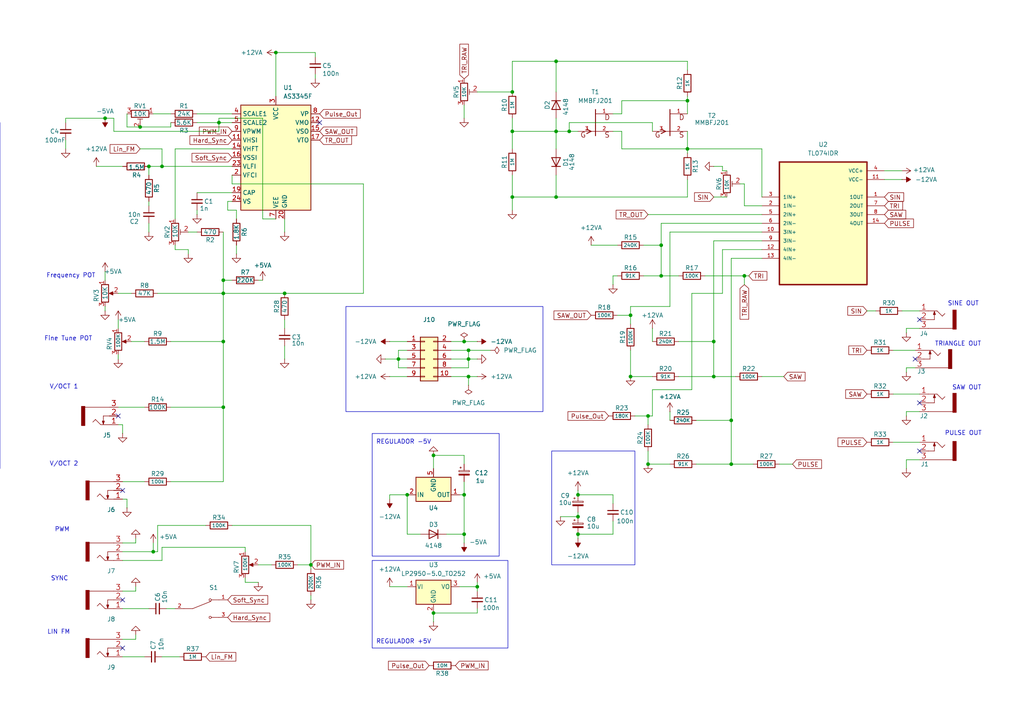
<source format=kicad_sch>
(kicad_sch (version 20250114) (generator "eeschema") (generator_version "9.0")
  (paper "A4")
  (lib_symbols
    (symbol "100SP1T1B4M2QE:100SP1T1B4M2QE" (pin_names (offset 1.016))
      (property "Reference" "S" (at -2.54 5.08 0))
      (property "Value" "100SP1T1B4M2QE" (at -2.54 -5.08 0))
      (symbol "100SP1T1B4M2QE_0_0"
        (pin passive line (at -7.62 0 0) (length 2.54) (name "~") (number "2"))
        (pin passive line (at 7.62 2.54 180) (length 2.54) (name "~") (number "1"))
        (pin passive line (at 7.62 -2.54 180) (length 2.54) (name "~") (number "3"))
      )
    )
    (symbol "Audio:AS3345F"
      (property "Reference" "U" (at -5.08 17.78 0))
      (property "Value" "AS3345F" (at 5.08 17.78 0))
      (symbol "AS3345F_1_1"
        (pin input line (at -12.7 12.7 0) (length 2.54) (name "SCALE1") (number "4"))
        (pin input line (at -12.7 10.16 0) (length 2.54) (name "SCALE2") (number "5"))
        (pin input line (at -12.7 7.62 0) (length 2.54) (name "VPWM") (number "9"))
        (pin input line (at -12.7 5.08 0) (length 2.54) (name "VHSI") (number "11"))
        (pin input line (at -12.7 2.54 0) (length 2.54) (name "VHFT") (number "14"))
        (pin input line (at -12.7 0 0) (length 2.54) (name "VSSI") (number "16"))
        (pin input line (at -12.7 -2.54 0) (length 2.54) (name "VLFI") (number "23"))
        (pin input line (at -12.7 -5.08 0) (length 2.54) (name "VFCI") (number "2"))
        (pin passive line (at -12.7 -10.16 0) (length 2.54) (name "CAP") (number "19"))
        (pin passive line (at -12.7 -12.7 0) (length 2.54) (name "VS") (number "24"))
        (pin power_in line (at 0 17.78 270) (length 2.54) (name "VCC") (number "3"))
        (pin power_in line (at 0 -17.78 90) (length 2.54) (name "VEE") (number "7"))
        (pin power_in line (at 2.54 -17.78 90) (length 2.54) (name "GND") (number "20"))
        (pin passive line (at 2.54 -17.78 90) (length 2.54) (hide yes) (name "GND") (number "22"))
        (pin no_connect line (at 10.16 0 180) (length 2.54) (hide yes) (name "NC") (number "1"))
        (pin no_connect line (at 10.16 -2.54 180) (length 2.54) (hide yes) (name "NC") (number "6"))
        (pin no_connect line (at 10.16 -5.08 180) (length 2.54) (hide yes) (name "NC") (number "10"))
        (pin no_connect line (at 10.16 -7.62 180) (length 2.54) (hide yes) (name "NC") (number "13"))
        (pin no_connect line (at 10.16 -10.16 180) (length 2.54) (hide yes) (name "NC") (number "18"))
        (pin no_connect line (at 10.16 -12.7 180) (length 2.54) (hide yes) (name "NC") (number "21"))
        (pin output line (at 12.7 12.7 180) (length 2.54) (name "VP") (number "8"))
        (pin output line (at 12.7 10.16 180) (length 2.54) (name "VMO") (number "12"))
        (pin output line (at 12.7 7.62 180) (length 2.54) (name "VSO") (number "15"))
        (pin output line (at 12.7 5.08 180) (length 2.54) (name "VTO") (number "17"))
      )
    )
    (symbol "CD4013BM:CD4013BM" (pin_names (offset 1.016))
      (property "Reference" "U" (at -12.7 18.78 0))
      (property "Value" "CD4013BM" (at -12.7 -20.32 0))
      (symbol "CD4013BM_0_0"
        (pin input line (at -17.78 10.16 0) (length 5.08) (name "SET1") (number "6"))
        (pin input line (at -17.78 7.62 0) (length 5.08) (name "D1") (number "5"))
        (pin input clock (at -17.78 5.08 0) (length 5.08) (name "CLOCK1") (number "3"))
        (pin input line (at -17.78 2.54 0) (length 5.08) (name "RESET1") (number "4"))
        (pin input line (at -17.78 -2.54 0) (length 5.08) (name "SET2") (number "8"))
        (pin input line (at -17.78 -5.08 0) (length 5.08) (name "D2") (number "9"))
        (pin input clock (at -17.78 -7.62 0) (length 5.08) (name "CLOCK2") (number "11"))
        (pin input line (at -17.78 -10.16 0) (length 5.08) (name "RESET2") (number "10"))
        (pin power_in line (at 17.78 15.24 180) (length 5.08) (name "VDD") (number "14"))
        (pin output line (at 17.78 7.62 180) (length 5.08) (name "~{Q1}") (number "2"))
        (pin output line (at 17.78 5.08 180) (length 5.08) (name "Q1") (number "1"))
        (pin output line (at 17.78 -5.08 180) (length 5.08) (name "~{Q2}") (number "12"))
        (pin output line (at 17.78 -7.62 180) (length 5.08) (name "Q2") (number "13"))
        (pin power_in line (at 17.78 -15.24 180) (length 5.08) (name "VSS") (number "7"))
      )
    )
    (symbol "Connector_Generic:Conn_02x05_Odd_Even" (pin_names (offset 1.016) (hide yes))
      (property "Reference" "J" (at 1.27 7.62 0))
      (property "Value" "Conn_02x05_Odd_Even" (at 1.27 -7.62 0))
      (symbol "Conn_02x05_Odd_Even_1_1"
        (pin passive line (at -5.08 5.08 0) (length 3.81) (name "Pin_1") (number "1"))
        (pin passive line (at -5.08 2.54 0) (length 3.81) (name "Pin_3") (number "3"))
        (pin passive line (at -5.08 0 0) (length 3.81) (name "Pin_5") (number "5"))
        (pin passive line (at -5.08 -2.54 0) (length 3.81) (name "Pin_7") (number "7"))
        (pin passive line (at -5.08 -5.08 0) (length 3.81) (name "Pin_9") (number "9"))
        (pin passive line (at 7.62 5.08 180) (length 3.81) (name "Pin_2") (number "2"))
        (pin passive line (at 7.62 2.54 180) (length 3.81) (name "Pin_4") (number "4"))
        (pin passive line (at 7.62 0 180) (length 3.81) (name "Pin_6") (number "6"))
        (pin passive line (at 7.62 -2.54 180) (length 3.81) (name "Pin_8") (number "8"))
        (pin passive line (at 7.62 -5.08 180) (length 3.81) (name "Pin_10") (number "10"))
      )
    )
    (symbol "Device:C_Polarized_Small" (pin_numbers (hide yes)) (pin_names (offset 0.254) (hide yes))
      (property "Reference" "C" (at 0.254 1.778 0))
      (property "Value" "C_Polarized_Small" (at 0.254 -2.032 0))
      (symbol "C_Polarized_Small_1_1"
        (pin passive line (at 0 2.54 270) (length 1.8542) (name "~") (number "1"))
        (pin passive line (at 0 -2.54 90) (length 1.8542) (name "~") (number "2"))
      )
    )
    (symbol "Device:C_Small" (pin_numbers (hide yes)) (pin_names (offset 0.254) (hide yes))
      (property "Reference" "C" (at 0.254 1.778 0))
      (property "Value" "C_Small" (at 0.254 -2.032 0))
      (symbol "C_Small_1_1"
        (pin passive line (at 0 2.54 270) (length 2.032) (name "~") (number "1"))
        (pin passive line (at 0 -2.54 90) (length 2.032) (name "~") (number "2"))
      )
    )
    (symbol "Device:D" (pin_numbers (hide yes)) (pin_names (offset 1.016) (hide yes))
      (property "Reference" "D" (at 0 2.54 0))
      (property "Value" "D" (at 0 -2.54 0))
      (symbol "D_1_1"
        (pin passive line (at -3.81 0 0) (length 2.54) (name "K") (number "1"))
        (pin passive line (at 3.81 0 180) (length 2.54) (name "A") (number "2"))
      )
    )
    (symbol "Device:R" (pin_numbers (hide yes)) (pin_names (offset 0))
      (property "Reference" "R" (at 2.032 0 90))
      (property "Value" "R" (at 0 0 90))
      (symbol "R_1_1"
        (pin passive line (at 0 3.81 270) (length 1.27) (name "~") (number "1"))
        (pin passive line (at 0 -3.81 90) (length 1.27) (name "~") (number "2"))
      )
    )
    (symbol "Device:R_Potentiometer" (pin_names (offset 1.016) (hide yes))
      (property "Reference" "RV" (at -4.445 0 90))
      (property "Value" "R_Potentiometer" (at -2.54 0 90))
      (symbol "R_Potentiometer_1_1"
        (pin passive line (at 0 3.81 270) (length 1.27) (name "1") (number "1"))
        (pin passive line (at 0 -3.81 90) (length 1.27) (name "3") (number "3"))
        (pin passive line (at 3.81 0 180) (length 1.27) (name "2") (number "2"))
      )
    )
    (symbol "Device:R_Potentiometer_Trim" (pin_names (offset 1.016) (hide yes))
      (property "Reference" "RV" (at -4.445 0 90))
      (property "Value" "R_Potentiometer_Trim" (at -2.54 0 90))
      (symbol "R_Potentiometer_Trim_1_1"
        (pin passive line (at 0 3.81 270) (length 1.27) (name "1") (number "1"))
        (pin passive line (at 0 -3.81 90) (length 1.27) (name "3") (number "3"))
        (pin passive line (at 3.81 0 180) (length 1.27) (name "2") (number "2"))
      )
    )
    (symbol "MMBFJ201:MMBFJ201" (pin_names (offset 1.016))
      (property "Reference" "T" (at -10.16 2.413 0))
      (property "Value" "MMBFJ201" (at -10.16 0 0))
      (symbol "MMBFJ201_0_0"
        (text "G" (at -4.445 -4.445 0) (effects (font (size 1.524 1.524)) (justify left bottom)))
        (text "D" (at 2.54 0.635 0) (effects (font (size 1.524 1.524)) (justify left bottom)))
        (text "S" (at 2.54 -4.445 0) (effects (font (size 1.524 1.524)) (justify left bottom)))
        (pin passive line (at -5.08 -2.54 0) (length 5.08) (name "~") (number "3"))
        (pin passive line (at 5.08 2.54 180) (length 5.08) (name "~") (number "1"))
        (pin passive line (at 5.08 -2.54 180) (length 5.08) (name "~") (number "2"))
      )
    )
    (symbol "Regulator_Linear:L79L05_SO8" (pin_names (offset 0.254))
      (property "Reference" "U" (at -3.81 -3.175 0))
      (property "Value" "L79L05_SO8" (at 0 -3.175 0))
      (symbol "L79L05_SO8_1_1"
        (pin power_in line (at -7.62 0 0) (length 2.54) (name "IN") (number "2"))
        (pin passive line (at -7.62 0 0) (length 2.54) (hide yes) (name "IN") (number "3"))
        (pin passive line (at -7.62 0 0) (length 2.54) (hide yes) (name "IN") (number "6"))
        (pin passive line (at -7.62 0 0) (length 2.54) (hide yes) (name "IN") (number "7"))
        (pin no_connect line (at -5.08 2.54 0) (length 2.54) (hide yes) (name "NC") (number "8"))
        (pin power_in line (at 0 7.62 270) (length 2.54) (name "GND") (number "5"))
        (pin no_connect line (at 5.08 2.54 180) (length 2.54) (hide yes) (name "NC") (number "4"))
        (pin power_out line (at 7.62 0 180) (length 2.54) (name "OUT") (number "1"))
      )
    )
    (symbol "Regulator_Linear:LP2950-5.0_TO252" (pin_names (offset 0.254))
      (property "Reference" "U" (at -3.81 3.175 0))
      (property "Value" "LP2950-5.0_TO252" (at 0 3.175 0))
      (symbol "LP2950-5.0_TO252_1_1"
        (pin power_in line (at -7.62 0 0) (length 2.54) (name "VI") (number "1"))
        (pin power_in line (at 0 -7.62 90) (length 2.54) (name "GND") (number "2"))
        (pin power_out line (at 7.62 0 180) (length 2.54) (name "VO") (number "3"))
      )
    )
    (symbol "TL072IDR:TL072IDR" (pin_names (offset 1.016))
      (property "Reference" "U" (at -12.7 13.7 0))
      (property "Value" "TL072IDR" (at -12.7 -16.7 0))
      (symbol "TL072IDR_0_0"
        (pin input line (at -17.78 2.54 0) (length 5.08) (name "1IN+") (number "3"))
        (pin input line (at -17.78 0 0) (length 5.08) (name "1IN-") (number "2"))
        (pin input line (at -17.78 -2.54 0) (length 5.08) (name "2IN+") (number "5"))
        (pin input line (at -17.78 -5.08 0) (length 5.08) (name "2IN-") (number "6"))
        (pin power_in line (at 17.78 10.16 180) (length 5.08) (name "VCC+") (number "8"))
        (pin power_in line (at 17.78 7.62 180) (length 5.08) (name "VCC-") (number "4"))
        (pin output line (at 17.78 2.54 180) (length 5.08) (name "1OUT") (number "1"))
        (pin output line (at 17.78 0 180) (length 5.08) (name "2OUT") (number "7"))
      )
    )
    (symbol "TL074IDR:TL074IDR" (pin_names (offset 1.016))
      (property "Reference" "U" (at -12.7 18.78 0))
      (property "Value" "TL074IDR" (at -12.7 -21.78 0))
      (symbol "TL074IDR_0_0"
        (pin input line (at -17.78 7.62 0) (length 5.08) (name "1IN+") (number "3"))
        (pin input line (at -17.78 5.08 0) (length 5.08) (name "1IN-") (number "2"))
        (pin input line (at -17.78 2.54 0) (length 5.08) (name "2IN+") (number "5"))
        (pin input line (at -17.78 0 0) (length 5.08) (name "2IN-") (number "6"))
        (pin input line (at -17.78 -2.54 0) (length 5.08) (name "3IN+") (number "10"))
        (pin input line (at -17.78 -5.08 0) (length 5.08) (name "3IN-") (number "9"))
        (pin input line (at -17.78 -7.62 0) (length 5.08) (name "4IN+") (number "12"))
        (pin input line (at -17.78 -10.16 0) (length 5.08) (name "4IN-") (number "13"))
        (pin power_in line (at 17.78 15.24 180) (length 5.08) (name "VCC+") (number "4"))
        (pin power_in line (at 17.78 12.7 180) (length 5.08) (name "VCC-") (number "11"))
        (pin output line (at 17.78 7.62 180) (length 5.08) (name "1OUT") (number "1"))
        (pin output line (at 17.78 5.08 180) (length 5.08) (name "2OUT") (number "7"))
        (pin output line (at 17.78 2.54 180) (length 5.08) (name "3OUT") (number "8"))
        (pin output line (at 17.78 0 180) (length 5.08) (name "4OUT") (number "14"))
      )
    )
    (symbol "WQP-PJ301M-12_JACK_1"
      (property "Reference" "J1" (at -3.556 -3.81 0))
      (symbol "WQP-PJ301M-12_JACK_1_1_0"
        (pin passive line (at -5.08 2.54 0) (length 2.54) (name "2") (number "1"))
        (pin passive line (at -5.08 0 0) (length 2.54) (name "3") (number "2"))
        (pin passive line (at -5.08 -2.54 0) (length 2.54) (name "1") (number "3"))
      )
    )
    (symbol "WQP-PJ301M-12_JACK_2"
      (property "Reference" "J2" (at -3.81 -3.81 0))
      (symbol "WQP-PJ301M-12_JACK_2_1_0"
        (pin passive line (at -5.08 2.54 0) (length 2.54) (name "2") (number "1"))
        (pin passive line (at -5.08 0 0) (length 2.54) (name "3") (number "2"))
        (pin passive line (at -5.08 -2.54 0) (length 2.54) (name "1") (number "3"))
      )
    )
    (symbol "WQP-PJ301M-12_JACK_3"
      (property "Reference" "J3" (at -3.302 -3.556 0))
      (symbol "WQP-PJ301M-12_JACK_3_1_0"
        (pin passive line (at -5.08 2.54 0) (length 2.54) (name "2") (number "1"))
        (pin passive line (at -5.08 0 0) (length 2.54) (name "3") (number "2"))
        (pin passive line (at -5.08 -2.54 0) (length 2.54) (name "1") (number "3"))
      )
    )
    (symbol "WQP-PJ301M-12_JACK_4"
      (property "Reference" "J4" (at -3.81 -4.064 0))
      (symbol "WQP-PJ301M-12_JACK_4_1_0"
        (pin passive line (at -5.08 2.54 0) (length 2.54) (name "2") (number "1"))
        (pin passive line (at -5.08 0 0) (length 2.54) (name "3") (number "2"))
        (pin passive line (at -5.08 -2.54 0) (length 2.54) (name "1") (number "3"))
      )
    )
    (symbol "WQP-PJ301M-12_JACK_5"
      (property "Reference" "J5" (at -1.778 5.588 0))
      (symbol "WQP-PJ301M-12_JACK_5_1_0"
        (pin passive line (at -5.08 2.54 0) (length 2.54) (name "2") (number "1"))
        (pin passive line (at -5.08 0 0) (length 2.54) (name "3") (number "2"))
        (pin passive line (at -5.08 -2.54 0) (length 2.54) (name "1") (number "3"))
      )
    )
    (symbol "WQP-PJ301M-12_JACK_6"
      (property "Reference" "J6" (at -1.778 5.588 0))
      (symbol "WQP-PJ301M-12_JACK_6_1_0"
        (pin passive line (at -5.08 2.54 0) (length 2.54) (name "2") (number "1"))
        (pin passive line (at -5.08 0 0) (length 2.54) (name "3") (number "2"))
        (pin passive line (at -5.08 -2.54 0) (length 2.54) (name "1") (number "3"))
      )
    )
    (symbol "WQP-PJ301M-12_JACK_7"
      (property "Reference" "J7" (at -1.778 5.588 0))
      (symbol "WQP-PJ301M-12_JACK_7_1_0"
        (pin passive line (at -5.08 2.54 0) (length 2.54) (name "2") (number "1"))
        (pin passive line (at -5.08 0 0) (length 2.54) (name "3") (number "2"))
        (pin passive line (at -5.08 -2.54 0) (length 2.54) (name "1") (number "3"))
      )
    )
    (symbol "WQP-PJ301M-12_JACK_8"
      (property "Reference" "J8" (at -1.778 5.588 0))
      (symbol "WQP-PJ301M-12_JACK_8_1_0"
        (pin passive line (at -5.08 2.54 0) (length 2.54) (name "2") (number "1"))
        (pin passive line (at -5.08 0 0) (length 2.54) (name "3") (number "2"))
        (pin passive line (at -5.08 -2.54 0) (length 2.54) (name "1") (number "3"))
      )
    )
    (symbol "power:+12VA" (power) (pin_numbers (hide yes)) (pin_names (offset 0) (hide yes))
      (property "Value" "+12VA" (at 0 3.556 0))
      (symbol "+12VA_1_1"
        (pin power_in line (at 0 0 90) (length 0) (name "~") (number "1"))
      )
    )
    (symbol "power:+5VA" (power) (pin_numbers (hide yes)) (pin_names (offset 0) (hide yes))
      (property "Value" "+5VA" (at 0 3.556 0))
      (symbol "+5VA_1_1"
        (pin power_in line (at 0 0 90) (length 0) (name "~") (number "1"))
      )
    )
    (symbol "power:-12VA" (power) (pin_numbers (hide yes)) (pin_names (offset 0) (hide yes))
      (property "Value" "-12VA" (at 0 3.556 0))
      (symbol "-12VA_0_0"
        (pin power_in line (at 0 0 90) (length 0) (name "~") (number "1"))
      )
    )
    (symbol "power:-5VA" (power) (pin_numbers (hide yes)) (pin_names (offset 0) (hide yes))
      (property "Value" "-5VA" (at 0 3.556 0))
      (symbol "-5VA_0_0"
        (pin power_in line (at 0 0 90) (length 0) (name "~") (number "1"))
      )
    )
    (symbol "power:GND" (power) (pin_numbers (hide yes)) (pin_names (offset 0) (hide yes))
      (property "Value" "GND" (at 0 -3.81 0))
      (symbol "GND_1_1"
        (pin power_in line (at 0 0 270) (length 0) (name "~") (number "1"))
      )
    )
    (symbol "power:PWR_FLAG" (power) (pin_numbers (hide yes)) (pin_names (offset 0) (hide yes))
      (property "Value" "PWR_FLAG" (at 0 3.81 0))
      (symbol "PWR_FLAG_0_0"
        (pin power_out line (at 0 0 90) (length 0) (name "~") (number "1"))
      )
    )
    (symbol "thonkiconn:WQP-PJ301M-12_JACK"
      (property "Reference" "J9" (at -1.778 5.588 0))
      (symbol "WQP-PJ301M-12_JACK_1_0"
        (pin passive line (at -5.08 2.54 0) (length 2.54) (name "2") (number "1"))
        (pin passive line (at -5.08 0 0) (length 2.54) (name "3") (number "2"))
        (pin passive line (at -5.08 -2.54 0) (length 2.54) (name "1") (number "3"))
      )
    )
  )
  (rectangle (start -121.92 35.56) (end 0 135.89))
  (rectangle (start 107.95 162.56) (end 147.32 187.96))
  (rectangle (start 160.02 130.81) (end 184.15 163.83))
  (rectangle (start 100.33 88.9) (end 157.48 119.38))
  (rectangle (start 107.95 125.73) (end 144.78 161.29))
  (text "REGULADOR -5V\n" (at 117.094 128.27 0) (effects (font (size 1.27 1.27))))
  (text "SINE OUT" (at 279.4 88.138 0) (effects (font (size 1.27 1.27))))
  (text "Fine Tune POT\n" (at 19.812 98.298 0) (effects (font (size 1.27 1.27))))
  (text "PULSE OUT" (at 279.4 125.73 0) (effects (font (size 1.27 1.27))))
  (text "LIN FM\n" (at 17.018 183.388 0) (effects (font (size 1.27 1.27))))
  (text "TRIANGLE OUT" (at 277.876 99.822 0) (effects (font (size 1.27 1.27))))
  (text "SAW OUT" (at 280.416 112.522 0) (effects (font (size 1.27 1.27))))
  (text "SYNC\n" (at 17.272 167.894 0) (effects (font (size 1.27 1.27))))
  (text "Frequency POT" (at 20.574 80.01 0) (effects (font (size 1.27 1.27))))
  (text "V/OCT 1\n" (at 18.542 112.268 0) (effects (font (size 1.27 1.27))))
  (text "PWM\n" (at 18.034 153.67 0) (effects (font (size 1.27 1.27))))
  (text "V/OCT 2\n" (at 18.542 134.62 0) (effects (font (size 1.27 1.27))))
  (text "SUBOSC" (at -108.966 44.196 0) (effects (font (size 1.27 1.27))))
  (text "REGULADOR +5V" (at 117.094 186.182 0) (effects (font (size 1.27 1.27))))
  (junction (at -15.24 57.15))
  (junction (at 134.62 143.51))
  (junction (at 148.59 38.1))
  (junction (at 161.29 57.15))
  (junction (at -68.58 80.01))
  (junction (at 191.77 80.01))
  (junction (at 161.29 17.78))
  (junction (at 187.96 120.65))
  (junction (at 30.48 34.29))
  (junction (at 118.11 143.51))
  (junction (at 125.73 177.8))
  (junction (at 63.5 35.56))
  (junction (at 167.64 143.51))
  (junction (at 134.62 99.06))
  (junction (at 134.62 154.94))
  (junction (at 207.01 99.06))
  (junction (at 167.64 149.86))
  (junction (at 207.01 109.22))
  (junction (at 44.45 160.02))
  (junction (at 187.96 134.62))
  (junction (at 40.64 36.83))
  (junction (at 212.09 121.92))
  (junction (at -104.14 100.33))
  (junction (at 90.17 163.83))
  (junction (at 182.88 91.44))
  (junction (at 64.77 85.09))
  (junction (at -55.88 90.17))
  (junction (at 191.77 71.12))
  (junction (at 199.39 29.21))
  (junction (at 199.39 43.18))
  (junction (at 82.55 85.09))
  (junction (at -67.31 110.49))
  (junction (at 135.89 104.14))
  (junction (at 165.1 38.1))
  (junction (at -21.59 67.31))
  (junction (at 182.88 109.22))
  (junction (at 125.73 132.08))
  (junction (at -15.24 64.77))
  (junction (at 135.89 109.22))
  (junction (at 167.64 154.94))
  (junction (at 135.89 101.6))
  (junction (at 64.77 81.28))
  (junction (at 64.77 99.06))
  (junction (at 215.9 80.01))
  (junction (at 212.09 134.62))
  (junction (at 64.77 118.11))
  (junction (at 43.18 48.26))
  (junction (at 138.43 170.18))
  (junction (at 80.01 15.24))
  (junction (at 46.99 48.26))
  (junction (at -104.14 97.79))
  (junction (at -22.86 102.87))
  (junction (at 161.29 38.1))
  (junction (at -104.14 102.87))
  (junction (at 148.59 57.15))
  (junction (at 148.59 26.67))
  (junction (at 115.57 104.14))
  (no_connect (at 35.56 142.24))
  (no_connect (at 266.7 116.84))
  (no_connect (at 266.7 92.71))
  (no_connect (at 35.56 173.99))
  (no_connect (at 35.56 187.96))
  (no_connect (at 34.29 120.65))
  (no_connect (at 92.71 35.56))
  (no_connect (at 265.43 104.14))
  (no_connect (at -29.21 100.33))
  (no_connect (at 266.7 130.81))
  (wire (pts (xy -15.24 64.77) (xy -21.59 64.77)))
  (wire (pts (xy 148.59 57.15) (xy 148.59 60.96)))
  (wire (pts (xy 46.99 158.75) (xy 71.12 158.75)))
  (wire (pts (xy 259.08 101.6) (xy 265.43 101.6)))
  (wire (pts (xy -57.15 67.31) (xy -62.23 67.31)))
  (wire (pts (xy 118.11 143.51) (xy 118.11 154.94)))
  (wire (pts (xy 67.31 58.42) (xy 66.04 58.42)))
  (wire (pts (xy 80.01 15.24) (xy 80.01 27.94)))
  (wire (pts (xy 161.29 38.1) (xy 148.59 38.1)))
  (wire (pts (xy 209.55 49.53) (xy 210.82 49.53)))
  (wire (pts (xy 199.39 52.07) (xy 199.39 57.15)))
  (wire (pts (xy -104.14 100.33) (xy -104.14 102.87)))
  (wire (pts (xy 64.77 81.28) (xy 64.77 85.09)))
  (wire (pts (xy 199.39 27.94) (xy 199.39 29.21)))
  (wire (pts (xy -57.15 74.93) (xy -57.15 77.47)))
  (wire (pts (xy 54.61 72.39) (xy 54.61 73.66)))
  (wire (pts (xy 30.48 88.9) (xy 30.48 90.17)))
  (wire (pts (xy 27.94 48.26) (xy 35.56 48.26)))
  (wire (pts (xy 35.56 139.7) (xy 41.91 139.7)))
  (wire (pts (xy -62.23 85.09) (xy -55.88 85.09)))
  (wire (pts (xy 207.01 109.22) (xy 207.01 99.06)))
  (wire (pts (xy 64.77 99.06) (xy 64.77 118.11)))
  (wire (pts (xy 64.77 139.7) (xy 64.77 118.11)))
  (wire (pts (xy 35.56 144.78) (xy 36.83 144.78)))
  (wire (pts (xy 111.76 104.14) (xy 115.57 104.14)))
  (wire (pts (xy 187.96 120.65) (xy 187.96 123.19)))
  (wire (pts (xy 64.77 85.09) (xy 82.55 85.09)))
  (wire (pts (xy 161.29 38.1) (xy 165.1 38.1)))
  (wire (pts (xy 113.03 170.18) (xy 118.11 170.18)))
  (wire (pts (xy -82.55 121.92) (xy -82.55 125.73)))
  (wire (pts (xy 57.15 35.56) (xy 63.5 35.56)))
  (wire (pts (xy 148.59 34.29) (xy 148.59 38.1)))
  (wire (pts (xy 194.31 67.31) (xy 194.31 88.9)))
  (wire (pts (xy 91.44 21.59) (xy 91.44 22.86)))
  (wire (pts (xy 199.39 57.15) (xy 161.29 57.15)))
  (wire (pts (xy 133.35 170.18) (xy 138.43 170.18)))
  (wire (pts (xy 215.9 80.01) (xy 204.47 80.01)))
  (wire (pts (xy 199.39 17.78) (xy 199.39 20.32)))
  (wire (pts (xy -68.58 81.28) (xy -68.58 87.63)))
  (wire (pts (xy 177.8 38.1) (xy 180.34 38.1)))
  (wire (pts (xy 36.83 144.78) (xy 36.83 147.32)))
  (wire (pts (xy 35.56 157.48) (xy 39.37 157.48)))
  (wire (pts (xy 66.04 58.42) (xy 66.04 60.96)))
  (wire (pts (xy 191.77 80.01) (xy 191.77 71.12)))
  (wire (pts (xy 125.73 132.08) (xy 125.73 135.89)))
  (wire (pts (xy 39.37 185.42) (xy 39.37 184.15)))
  (wire (pts (xy 186.69 71.12) (xy 191.77 71.12)))
  (wire (pts (xy 90.17 172.72) (xy 90.17 173.99)))
  (wire (pts (xy 179.07 91.44) (xy 182.88 91.44)))
  (wire (pts (xy 187.96 62.23) (xy 220.98 62.23)))
  (wire (pts (xy 226.06 134.62) (xy 229.87 134.62)))
  (wire (pts (xy 167.64 142.24) (xy 167.64 143.51)))
  (wire (pts (xy 34.29 102.87) (xy 34.29 104.14)))
  (wire (pts (xy 36.83 36.83) (xy 40.64 36.83)))
  (wire (pts (xy 121.92 154.94) (xy 118.11 154.94)))
  (wire (pts (xy 161.29 43.18) (xy 161.29 38.1)))
  (wire (pts (xy -15.24 97.79) (xy -15.24 102.87)))
  (wire (pts (xy 259.08 128.27) (xy 266.7 128.27)))
  (wire (pts (xy 45.72 152.4) (xy 45.72 160.02)))
  (wire (pts (xy 64.77 67.31) (xy 64.77 81.28)))
  (wire (pts (xy 40.64 43.18) (xy 46.99 43.18)))
  (wire (pts (xy 135.89 101.6) (xy 142.24 101.6)))
  (wire (pts (xy 254 90.17) (xy 251.46 90.17)))
  (wire (pts (xy 43.18 48.26) (xy 43.18 50.8)))
  (wire (pts (xy 76.2 34.29) (xy 63.5 34.29)))
  (wire (pts (xy -15.24 57.15) (xy -21.59 57.15)))
  (wire (pts (xy 66.04 60.96) (xy 68.58 60.96)))
  (wire (pts (xy 38.1 99.06) (xy 41.91 99.06)))
  (wire (pts (xy 220.98 43.18) (xy 220.98 57.15)))
  (wire (pts (xy 133.35 143.51) (xy 134.62 143.51)))
  (wire (pts (xy 189.23 38.1) (xy 189.23 35.56)))
  (wire (pts (xy 135.89 106.68) (xy 130.81 106.68)))
  (wire (pts (xy 130.81 101.6) (xy 135.89 101.6)))
  (wire (pts (xy 134.62 132.08) (xy 125.73 132.08)))
  (wire (pts (xy 209.55 48.26) (xy 209.55 49.53)))
  (wire (pts (xy 179.07 80.01) (xy 177.8 80.01)))
  (wire (pts (xy 35.56 123.19) (xy 35.56 125.73)))
  (wire (pts (xy 67.31 152.4) (xy 90.17 152.4)))
  (wire (pts (xy 161.29 17.78) (xy 199.39 17.78)))
  (wire (pts (xy 64.77 85.09) (xy 64.77 99.06)))
  (wire (pts (xy 256.54 52.07) (xy 261.62 52.07)))
  (wire (pts (xy 134.62 143.51) (xy 134.62 154.94)))
  (wire (pts (xy 35.56 171.45) (xy 39.37 171.45)))
  (wire (pts (xy -15.24 63.5) (xy -15.24 64.77)))
  (wire (pts (xy -67.31 110.49) (xy -68.58 110.49)))
  (wire (pts (xy 256.54 49.53) (xy 261.62 49.53)))
  (wire (pts (xy 266.7 133.35) (xy 262.89 133.35)))
  (wire (pts (xy 182.88 88.9) (xy 182.88 91.44)))
  (wire (pts (xy 115.57 104.14) (xy 115.57 106.68)))
  (wire (pts (xy 220.98 69.85) (xy 207.01 69.85)))
  (wire (pts (xy -104.14 97.79) (xy -104.14 100.33)))
  (wire (pts (xy 35.56 190.5) (xy 41.91 190.5)))
  (wire (pts (xy 262.89 106.68) (xy 262.89 107.95)))
  (wire (pts (xy -55.88 91.44) (xy -55.88 90.17)))
  (wire (pts (xy -57.15 77.47) (xy -21.59 77.47)))
  (wire (pts (xy 180.34 38.1) (xy 180.34 43.18)))
  (wire (pts (xy 167.64 148.59) (xy 167.64 149.86)))
  (wire (pts (xy 262.89 95.25) (xy 262.89 96.52)))
  (wire (pts (xy 40.64 36.83) (xy 49.53 36.83)))
  (wire (pts (xy 57.15 33.02) (xy 67.31 33.02)))
  (wire (pts (xy -22.86 111.76) (xy -22.86 115.57)))
  (wire (pts (xy 138.43 176.53) (xy 138.43 177.8)))
  (wire (pts (xy 86.36 163.83) (xy 90.17 163.83)))
  (wire (pts (xy 82.55 100.33) (xy 82.55 104.14)))
  (wire (pts (xy 91.44 15.24) (xy 80.01 15.24)))
  (wire (pts (xy 191.77 80.01) (xy 196.85 80.01)))
  (wire (pts (xy 82.55 63.5) (xy 82.55 67.31)))
  (wire (pts (xy 148.59 38.1) (xy 148.59 43.18)))
  (wire (pts (xy -57.15 69.85) (xy -57.15 68.58)))
  (wire (pts (xy 262.89 119.38) (xy 262.89 120.65)))
  (wire (pts (xy -21.59 77.47) (xy -21.59 69.85)))
  (wire (pts (xy 266.7 95.25) (xy 262.89 95.25)))
  (wire (pts (xy 186.69 80.01) (xy 191.77 80.01)))
  (wire (pts (xy 167.64 154.94) (xy 167.64 156.21)))
  (wire (pts (xy 46.99 43.18) (xy 46.99 48.26)))
  (wire (pts (xy 182.88 109.22) (xy 189.23 109.22)))
  (wire (pts (xy 220.98 64.77) (xy 191.77 64.77)))
  (wire (pts (xy 50.8 43.18) (xy 50.8 63.5)))
  (wire (pts (xy -106.68 97.79) (xy -104.14 97.79)))
  (wire (pts (xy 19.05 35.56) (xy 19.05 34.29)))
  (wire (pts (xy 207.01 69.85) (xy 207.01 99.06)))
  (wire (pts (xy -15.24 58.42) (xy -15.24 57.15)))
  (wire (pts (xy 34.29 92.71) (xy 34.29 95.25)))
  (wire (pts (xy -104.14 87.63) (xy -107.95 87.63)))
  (wire (pts (xy 220.98 43.18) (xy 199.39 43.18)))
  (wire (pts (xy 48.26 176.53) (xy 50.8 176.53)))
  (wire (pts (xy 177.8 143.51) (xy 177.8 146.05)))
  (wire (pts (xy 34.29 85.09) (xy 38.1 85.09)))
  (wire (pts (xy 165.1 35.56) (xy 165.1 38.1)))
  (wire (pts (xy 209.55 48.26) (xy 207.01 48.26)))
  (wire (pts (xy 115.57 106.68) (xy 118.11 106.68)))
  (wire (pts (xy -15.24 76.2) (xy -15.24 90.17)))
  (wire (pts (xy 39.37 171.45) (xy 39.37 170.18)))
  (wire (pts (xy 212.09 74.93) (xy 212.09 121.92)))
  (wire (pts (xy 161.29 50.8) (xy 161.29 57.15)))
  (wire (pts (xy -82.55 125.73) (xy -67.31 125.73)))
  (wire (pts (xy 34.29 118.11) (xy 41.91 118.11)))
  (wire (pts (xy 130.81 109.22) (xy 135.89 109.22)))
  (wire (pts (xy -19.05 69.85) (xy -19.05 67.31)))
  (wire (pts (xy 45.72 85.09) (xy 64.77 85.09)))
  (wire (pts (xy 118.11 143.51) (xy 113.03 143.51)))
  (wire (pts (xy 35.56 185.42) (xy 39.37 185.42)))
  (wire (pts (xy 134.62 134.62) (xy 134.62 132.08)))
  (wire (pts (xy 33.02 34.29) (xy 33.02 38.1)))
  (wire (pts (xy 212.09 74.93) (xy 220.98 74.93)))
  (wire (pts (xy 177.8 33.02) (xy 180.34 33.02)))
  (wire (pts (xy -68.58 90.17) (xy -66.04 90.17)))
  (wire (pts (xy 63.5 35.56) (xy 67.31 35.56)))
  (wire (pts (xy 19.05 40.64) (xy 19.05 43.18)))
  (wire (pts (xy -107.95 87.63) (xy -107.95 81.28)))
  (wire (pts (xy 135.89 104.14) (xy 135.89 106.68)))
  (wire (pts (xy -67.31 125.73) (xy -67.31 110.49)))
  (wire (pts (xy 215.9 59.69) (xy 220.98 59.69)))
  (wire (pts (xy -21.59 57.15) (xy -21.59 59.69)))
  (wire (pts (xy 91.44 16.51) (xy 91.44 15.24)))
  (wire (pts (xy 130.81 104.14) (xy 135.89 104.14)))
  (wire (pts (xy 182.88 101.6) (xy 182.88 109.22)))
  (wire (pts (xy 35.56 162.56) (xy 46.99 162.56)))
  (wire (pts (xy -82.55 80.01) (xy -68.58 80.01)))
  (wire (pts (xy -57.15 68.58) (xy -21.59 68.58)))
  (wire (pts (xy 189.23 95.25) (xy 189.23 99.06)))
  (wire (pts (xy 199.39 38.1) (xy 199.39 43.18)))
  (wire (pts (xy 68.58 71.12) (xy 68.58 73.66)))
  (wire (pts (xy 76.2 63.5) (xy 80.01 63.5)))
  (wire (pts (xy 135.89 109.22) (xy 135.89 111.76)))
  (wire (pts (xy 187.96 130.81) (xy 187.96 134.62)))
  (wire (pts (xy 130.81 99.06) (xy 134.62 99.06)))
  (wire (pts (xy 44.45 33.02) (xy 49.53 33.02)))
  (wire (pts (xy 212.09 121.92) (xy 212.09 134.62)))
  (wire (pts (xy 196.85 109.22) (xy 207.01 109.22)))
  (wire (pts (xy 134.62 99.06) (xy 138.43 99.06)))
  (wire (pts (xy 207.01 99.06) (xy 196.85 99.06)))
  (wire (pts (xy 200.66 113.03) (xy 189.23 113.03)))
  (wire (pts (xy 161.29 57.15) (xy 148.59 57.15)))
  (wire (pts (xy 161.29 34.29) (xy 161.29 38.1)))
  (wire (pts (xy 129.54 154.94) (xy 134.62 154.94)))
  (wire (pts (xy 74.93 163.83) (xy 78.74 163.83)))
  (wire (pts (xy 76.2 34.29) (xy 76.2 63.5)))
  (wire (pts (xy 162.56 149.86) (xy 167.64 149.86)))
  (wire (pts (xy 113.03 143.51) (xy 113.03 144.78)))
  (wire (pts (xy 212.09 121.92) (xy 201.93 121.92)))
  (wire (pts (xy 54.61 67.31) (xy 57.15 67.31)))
  (wire (pts (xy 138.43 177.8) (xy 125.73 177.8)))
  (wire (pts (xy 214.63 53.34) (xy 215.9 53.34)))
  (wire (pts (xy 215.9 82.55) (xy 215.9 80.01)))
  (wire (pts (xy 220.98 109.22) (xy 227.33 109.22)))
  (wire (pts (xy -29.21 97.79) (xy -25.4 97.79)))
  (wire (pts (xy 82.55 85.09) (xy 105.41 85.09)))
  (wire (pts (xy -21.59 67.31) (xy -21.59 68.58)))
  (wire (pts (xy 177.8 151.13) (xy 177.8 154.94)))
  (wire (pts (xy 217.17 80.01) (xy 215.9 80.01)))
  (wire (pts (xy 74.93 81.28) (xy 76.2 81.28)))
  (wire (pts (xy 138.43 26.67) (xy 148.59 26.67)))
  (wire (pts (xy 44.45 157.48) (xy 44.45 160.02)))
  (wire (pts (xy 134.62 30.48) (xy 134.62 34.29)))
  (wire (pts (xy 115.57 101.6) (xy 115.57 104.14)))
  (wire (pts (xy 207.01 57.15) (xy 210.82 57.15)))
  (wire (pts (xy 67.31 53.34) (xy 105.41 53.34)))
  (wire (pts (xy 57.15 55.88) (xy 67.31 55.88)))
  (wire (pts (xy 135.89 104.14) (xy 138.43 104.14)))
  (wire (pts (xy -55.88 85.09) (xy -55.88 90.17)))
  (wire (pts (xy 184.15 120.65) (xy 187.96 120.65)))
  (wire (pts (xy 177.8 80.01) (xy 177.8 82.55)))
  (wire (pts (xy 189.23 120.65) (xy 187.96 120.65)))
  (wire (pts (xy 57.15 60.96) (xy 57.15 62.23)))
  (wire (pts (xy 50.8 72.39) (xy 54.61 72.39)))
  (wire (pts (xy 118.11 101.6) (xy 115.57 101.6)))
  (wire (pts (xy 194.31 88.9) (xy 182.88 88.9)))
  (wire (pts (xy 113.03 99.06) (xy 118.11 99.06)))
  (wire (pts (xy 189.23 113.03) (xy 189.23 120.65)))
  (wire (pts (xy 134.62 143.51) (xy 134.62 139.7)))
  (wire (pts (xy 33.02 38.1) (xy 63.5 38.1)))
  (wire (pts (xy 67.31 50.8) (xy 67.31 53.34)))
  (wire (pts (xy 35.56 176.53) (xy 43.18 176.53)))
  (wire (pts (xy 209.55 85.09) (xy 209.55 72.39)))
  (wire (pts (xy 50.8 71.12) (xy 50.8 72.39)))
  (wire (pts (xy 115.57 104.14) (xy 118.11 104.14)))
  (wire (pts (xy 90.17 152.4) (xy 90.17 163.83)))
  (wire (pts (xy -15.24 69.85) (xy -19.05 69.85)))
  (wire (pts (xy -15.24 54.61) (xy -15.24 57.15)))
  (wire (pts (xy 45.72 160.02) (xy 44.45 160.02)))
  (wire (pts (xy 46.99 48.26) (xy 67.31 48.26)))
  (wire (pts (xy 177.8 154.94) (xy 167.64 154.94)))
  (wire (pts (xy 189.23 35.56) (xy 165.1 35.56)))
  (wire (pts (xy 49.53 36.83) (xy 49.53 35.56)))
  (wire (pts (xy 180.34 43.18) (xy 199.39 43.18)))
  (wire (pts (xy 67.31 43.18) (xy 50.8 43.18)))
  (wire (pts (xy 180.34 29.21) (xy 199.39 29.21)))
  (wire (pts (xy 200.66 85.09) (xy 209.55 85.09)))
  (wire (pts (xy 148.59 17.78) (xy 161.29 17.78)))
  (wire (pts (xy 200.66 85.09) (xy 200.66 113.03)))
  (wire (pts (xy 201.93 134.62) (xy 212.09 134.62)))
  (wire (pts (xy 212.09 134.62) (xy 218.44 134.62)))
  (wire (pts (xy 138.43 170.18) (xy 138.43 171.45)))
  (wire (pts (xy 161.29 17.78) (xy 161.29 26.67)))
  (wire (pts (xy -15.24 71.12) (xy -15.24 69.85)))
  (wire (pts (xy -22.86 102.87) (xy -22.86 104.14)))
  (wire (pts (xy 43.18 64.77) (xy 43.18 67.31)))
  (wire (pts (xy 46.99 190.5) (xy 52.07 190.5)))
  (wire (pts (xy 209.55 72.39) (xy 220.98 72.39)))
  (wire (pts (xy 135.89 109.22) (xy 138.43 109.22)))
  (wire (pts (xy 194.31 119.38) (xy 194.31 121.92)))
  (wire (pts (xy 74.93 168.91) (xy 71.12 168.91)))
  (wire (pts (xy 30.48 34.29) (xy 33.02 34.29)))
  (wire (pts (xy 180.34 33.02) (xy 180.34 29.21)))
  (wire (pts (xy 165.1 38.1) (xy 167.64 38.1)))
  (wire (pts (xy 262.89 133.35) (xy 262.89 135.89)))
  (wire (pts (xy 49.53 139.7) (xy 64.77 139.7)))
  (wire (pts (xy 71.12 168.91) (xy 71.12 167.64)))
  (wire (pts (xy 19.05 34.29) (xy 30.48 34.29)))
  (wire (pts (xy 138.43 168.91) (xy 138.43 170.18)))
  (wire (pts (xy 35.56 160.02) (xy 44.45 160.02)))
  (wire (pts (xy 68.58 60.96) (xy 68.58 63.5)))
  (wire (pts (xy 171.45 71.12) (xy 179.07 71.12)))
  (wire (pts (xy 261.62 90.17) (xy 266.7 90.17)))
  (wire (pts (xy 64.77 118.11) (xy 49.53 118.11)))
  (wire (pts (xy 46.99 162.56) (xy 46.99 158.75)))
  (wire (pts (xy 135.89 101.6) (xy 135.89 104.14)))
  (wire (pts (xy -29.21 102.87) (xy -22.86 102.87)))
  (wire (pts (xy 49.53 99.06) (xy 64.77 99.06)))
  (wire (pts (xy 265.43 106.68) (xy 262.89 106.68)))
  (wire (pts (xy 220.98 67.31) (xy 194.31 67.31)))
  (wire (pts (xy 167.64 143.51) (xy 177.8 143.51)))
  (wire (pts (xy -104.14 102.87) (xy -104.14 105.41)))
  (wire (pts (xy -15.24 102.87) (xy -22.86 102.87)))
  (wire (pts (xy -21.59 62.23) (xy -21.59 64.77)))
  (wire (pts (xy -107.95 81.28) (xy -68.58 81.28)))
  (wire (pts (xy 64.77 81.28) (xy 67.31 81.28)))
  (wire (pts (xy -19.05 67.31) (xy -21.59 67.31)))
  (wire (pts (xy 43.18 58.42) (xy 43.18 59.69)))
  (wire (pts (xy 34.29 123.19) (xy 35.56 123.19)))
  (wire (pts (xy 43.18 48.26) (xy 46.99 48.26)))
  (wire (pts (xy -62.23 67.31) (xy -62.23 85.09)))
  (wire (pts (xy 59.69 152.4) (xy 45.72 152.4)))
  (wire (pts (xy 125.73 177.8) (xy 125.73 180.34)))
  (wire (pts (xy 90.17 163.83) (xy 90.17 165.1)))
  (wire (pts (xy 182.88 91.44) (xy 182.88 93.98)))
  (wire (pts (xy 63.5 38.1) (xy 63.5 35.56)))
  (wire (pts (xy -82.55 80.01) (xy -82.55 116.84)))
  (wire (pts (xy 105.41 53.34) (xy 105.41 85.09)))
  (wire (pts (xy 199.39 43.18) (xy 199.39 44.45)))
  (wire (pts (xy 63.5 34.29) (xy 63.5 35.56)))
  (wire (pts (xy 187.96 134.62) (xy 194.31 134.62)))
  (wire (pts (xy 148.59 57.15) (xy 148.59 50.8)))
  (wire (pts (xy 113.03 109.22) (xy 118.11 109.22)))
  (wire (pts (xy 191.77 64.77) (xy 191.77 71.12)))
  (wire (pts (xy 71.12 158.75) (xy 71.12 160.02)))
  (wire (pts (xy 39.37 157.48) (xy 39.37 156.21)))
  (wire (pts (xy 199.39 29.21) (xy 199.39 33.02)))
  (wire (pts (xy 148.59 26.67) (xy 148.59 17.78)))
  (wire (pts (xy -55.88 90.17) (xy -58.42 90.17)))
  (wire (pts (xy 134.62 154.94) (xy 134.62 157.48)))
  (wire (pts (xy 36.83 33.02) (xy 36.83 36.83)))
  (wire (pts (xy 266.7 119.38) (xy 262.89 119.38)))
  (wire (pts (xy 207.01 109.22) (xy 213.36 109.22)))
  (wire (pts (xy 82.55 92.71) (xy 82.55 95.25)))
  (wire (pts (xy 30.48 78.74) (xy 30.48 81.28)))
  (wire (pts (xy 259.08 114.3) (xy 266.7 114.3)))
  (wire (pts (xy 215.9 53.34) (xy 215.9 59.69)))
  (global_label "PULSE" (shape input) (at 229.87 134.62 0) (property "Intersheetrefs" "${INTERSHEET_REFS}" (effects (hide yes))))
  (global_label "TR_OUT" (shape input) (at 92.71 40.64 0) (property "Intersheetrefs" "${INTERSHEET_REFS}" (effects (hide yes))))
  (global_label "PULSE" (shape input) (at 256.54 64.77 0) (property "Intersheetrefs" "${INTERSHEET_REFS}" (effects (hide yes))))
  (global_label "PWM_IN" (shape input) (at 132.08 193.04 0) (property "Intersheetrefs" "${INTERSHEET_REFS}" (effects (hide yes))))
  (global_label "TRI_RAW" (shape input) (at 215.9 82.55 270) (property "Intersheetrefs" "${INTERSHEET_REFS}" (effects (hide yes))))
  (global_label "Hard_Sync" (shape input) (at 66.04 179.07 0) (property "Intersheetrefs" "${INTERSHEET_REFS}" (effects (hide yes))))
  (global_label "Lin_FM" (shape input) (at 40.64 43.18 180) (property "Intersheetrefs" "${INTERSHEET_REFS}" (effects (hide yes))))
  (global_label "SIN" (shape input) (at 207.01 57.15 180) (property "Intersheetrefs" "${INTERSHEET_REFS}" (effects (hide yes))))
  (global_label "TRI" (shape input) (at 256.54 59.69 0) (property "Intersheetrefs" "${INTERSHEET_REFS}" (effects (hide yes))))
  (global_label "SIN" (shape input) (at 251.46 90.17 180) (property "Intersheetrefs" "${INTERSHEET_REFS}" (effects (hide yes))))
  (global_label "SAW_OUT" (shape input) (at 171.45 91.44 180) (property "Intersheetrefs" "${INTERSHEET_REFS}" (effects (hide yes))))
  (global_label "Soft_Sync" (shape input) (at 66.04 173.99 0) (property "Intersheetrefs" "${INTERSHEET_REFS}" (effects (hide yes))))
  (global_label "TR_OUT" (shape input) (at 187.96 62.23 180) (property "Intersheetrefs" "${INTERSHEET_REFS}" (effects (hide yes))))
  (global_label "Soft_Sync" (shape input) (at 67.31 45.72 180) (property "Intersheetrefs" "${INTERSHEET_REFS}" (effects (hide yes))))
  (global_label "SAW" (shape input) (at 251.46 114.3 180) (property "Intersheetrefs" "${INTERSHEET_REFS}" (effects (hide yes))))
  (global_label "SAW" (shape input) (at 227.33 109.22 0) (property "Intersheetrefs" "${INTERSHEET_REFS}" (effects (hide yes))))
  (global_label "SAW_OUT" (shape input) (at 92.71 38.1 0) (property "Intersheetrefs" "${INTERSHEET_REFS}" (effects (hide yes))))
  (global_label "Pulse_Out" (shape input) (at 92.71 33.02 0) (property "Intersheetrefs" "${INTERSHEET_REFS}" (effects (hide yes))))
  (global_label "SAW" (shape input) (at 256.54 62.23 0) (property "Intersheetrefs" "${INTERSHEET_REFS}" (effects (hide yes))))
  (global_label "TRI" (shape input) (at 217.17 80.01 0) (property "Intersheetrefs" "${INTERSHEET_REFS}" (effects (hide yes))))
  (global_label "TRI" (shape input) (at 251.46 101.6 180) (property "Intersheetrefs" "${INTERSHEET_REFS}" (effects (hide yes))))
  (global_label "Pulse_Out" (shape input) (at 176.53 120.65 180) (property "Intersheetrefs" "${INTERSHEET_REFS}" (effects (hide yes))))
  (global_label "Pulse_Out" (shape input) (at 124.46 193.04 180) (property "Intersheetrefs" "${INTERSHEET_REFS}" (effects (hide yes))))
  (global_label "Pulse_Out" (shape input) (at -104.14 90.17 180) (property "Intersheetrefs" "${INTERSHEET_REFS}" (effects (hide yes))))
  (global_label "SIN" (shape input) (at 256.54 57.15 0) (property "Intersheetrefs" "${INTERSHEET_REFS}" (effects (hide yes))))
  (global_label "PULSE" (shape input) (at 251.46 128.27 180) (property "Intersheetrefs" "${INTERSHEET_REFS}" (effects (hide yes))))
  (global_label "TRI_RAW" (shape input) (at 134.62 22.86 90) (property "Intersheetrefs" "${INTERSHEET_REFS}" (effects (hide yes))))
  (global_label "Lin_FM" (shape input) (at 59.69 190.5 0) (property "Intersheetrefs" "${INTERSHEET_REFS}" (effects (hide yes))))
  (global_label "PWM_IN" (shape input) (at 67.31 38.1 180) (property "Intersheetrefs" "${INTERSHEET_REFS}" (effects (hide yes))))
  (global_label "Hard_Sync" (shape input) (at 67.31 40.64 180) (property "Intersheetrefs" "${INTERSHEET_REFS}" (effects (hide yes))))
  (global_label "PWM_IN" (shape input) (at 90.17 163.83 0) (property "Intersheetrefs" "${INTERSHEET_REFS}" (effects (hide yes))))
  (symbol (lib_id "Device:C_Small") (at 19.05 38.1 0) (unit 1)
    (property "Reference" "C4" (at 14.478 38.1 0) (effects (justify left)))
    (property "Value" "100nF" (at 12.954 40.64 0) (effects (justify left)))
    (property "Footprint" "Capacitor_SMD:C_0805_2012Metric" (effects (hide yes)))
    (property "Description" "Unpolarized capacitor, small symbol" (effects (hide yes)))
  )
  (symbol (lib_name "WQP-PJ301M-12_JACK_6") (lib_id "thonkiconn:WQP-PJ301M-12_JACK") (at 30.48 142.24 180) (unit 1)
    (property "Reference" "J6" (at 32.258 147.828 0))
    (property "Value" "MDPC2A" (effects (hide yes)))
    (property "Footprint" "PJ301 REMPLAZO:SWITCHCRAFT_MDPC2A" (effects (hide yes)))
    (property "MF" "Switchcraft Inc." (effects (hide yes)))
    (property "MAXIMUM_PACKAGE_HEIGHT" "12.90 mm" (effects (hide yes)))
    (property "Package" "None" (effects (hide yes)))
    (property "Price" "None" (effects (hide yes)))
    (property "Check_prices" "https://www.snapeda.com/parts/MDPC2A/SWITCHCRAFT/view-part/?ref=eda" (effects (hide yes)))
    (property "STANDARD" "IPC 7351B" (effects (hide yes)))
    (property "PARTREV" "F" (effects (hide yes)))
    (property "SnapEDA_Link" "https://www.snapeda.com/parts/MDPC2A/SWITCHCRAFT/view-part/?ref=snap" (effects (hide yes)))
    (property "MP" "MDPC2A" (effects (hide yes)))
    (property "Description_1" "2.46mm ID (0.097) Phone Jack Mono Connector Solder" (effects (hide yes)))
    (property "Availability" "In Stock" (effects (hide yes)))
    (property "MANUFACTURER" "Switchcraft" (effects (hide yes)))
  )
  (symbol (lib_id "power:GND") (at 125.73 132.08 180) (unit 1)
    (property "Reference" "#PWR047" (effects (hide yes)))
    (property "Value" "GND" (effects (hide yes)))
    (property "Description" "Power symbol creates a global label with name \"GND\" , ground" (effects (hide yes)))
  )
  (symbol (lib_id "power:GND") (at 36.83 147.32 0) (unit 1)
    (property "Reference" "#PWR033" (effects (hide yes)))
    (property "Value" "GND" (effects (hide yes)))
    (property "Description" "Power symbol creates a global label with name \"GND\" , ground" (effects (hide yes)))
  )
  (symbol (lib_id "Device:R") (at 39.37 48.26 270) (unit 1)
    (property "Reference" "R4" (at 39.624 50.8 90))
    (property "Value" "1.5M" (at 39.624 48.514 90))
    (property "Footprint" "Resistor_SMD:R_0805_2012Metric" (effects (hide yes)))
    (property "Description" "Resistor" (effects (hide yes)))
  )
  (symbol (lib_id "Device:R") (at 199.39 48.26 0) (unit 1)
    (property "Reference" "R13" (at 201.676 48.26 90))
    (property "Value" "1K" (at 199.39 48.26 90) (effects (font (size 1.016 1.016))))
    (property "Footprint" "Resistor_SMD:R_0805_2012Metric" (effects (hide yes)))
    (property "Description" "Resistor" (effects (hide yes)))
  )
  (symbol (lib_id "power:GND") (at 162.56 149.86 0) (unit 1)
    (property "Reference" "#PWR040" (effects (hide yes)))
    (property "Value" "GND" (effects (hide yes)))
    (property "Description" "Power symbol creates a global label with name \"GND\" , ground" (effects (hide yes)))
  )
  (symbol (lib_id "Device:D") (at 161.29 30.48 270) (unit 1)
    (property "Reference" "D2" (at 158.75 30.48 0))
    (property "Value" "4148" (at 164.084 30.988 0))
    (property "Footprint" "Diode_SMD:D_SOD-123" (effects (hide yes)))
    (property "Description" "Diode" (effects (hide yes)))
    (property "Sim.Device" "D" (effects (hide yes)))
    (property "Sim.Pins" "1=K 2=A" (effects (hide yes)))
  )
  (symbol (lib_id "Device:R") (at 193.04 109.22 90) (unit 1)
    (property "Reference" "R20" (at 193.04 106.934 90))
    (property "Value" "91K" (at 193.04 109.22 90) (effects (font (size 1.016 1.016))))
    (property "Footprint" "Resistor_SMD:R_0805_2012Metric" (effects (hide yes)))
    (property "Description" "Resistor" (effects (hide yes)))
  )
  (symbol (lib_id "Device:R") (at -15.24 93.98 0) (unit 1)
    (property "Reference" "R39" (at -12.954 93.98 90))
    (property "Value" "1K" (at -14.986 93.726 90))
    (property "Footprint" "Resistor_SMD:R_0805_2012Metric" (effects (hide yes)))
    (property "Description" "Resistor" (effects (hide yes)))
  )
  (symbol (lib_id "power:-5VA") (at 30.48 34.29 180) (unit 1)
    (property "Reference" "#PWR025" (effects (hide yes)))
    (property "Value" "-5VA" (at 30.48 32.258 0))
    (property "Description" "Power symbol creates a global label with name \"-5VA\"" (effects (hide yes)))
  )
  (symbol (lib_id "Device:D") (at 125.73 154.94 180) (unit 1)
    (property "Reference" "D3" (at 125.73 152.146 0))
    (property "Value" "4148" (at 125.73 158.242 0))
    (property "Footprint" "Diode_SMD:D_SOD-123" (effects (hide yes)))
    (property "Description" "Diode" (effects (hide yes)))
    (property "Sim.Device" "D" (effects (hide yes)))
    (property "Sim.Pins" "1=K 2=A" (effects (hide yes)))
  )
  (symbol (lib_id "power:-12VA") (at -15.24 64.77 180) (unit 1)
    (property "Reference" "#PWR056" (effects (hide yes)))
    (property "Value" "-12VA" (at -10.414 65.532 0))
    (property "Description" "Power symbol creates a global label with name \"-12VA\"" (effects (hide yes)))
  )
  (symbol (lib_id "Device:R") (at 82.55 88.9 180) (unit 1)
    (property "Reference" "R28" (at 80.264 88.9 90))
    (property "Value" "470" (at 82.55 88.9 90))
    (property "Footprint" "Resistor_SMD:R_0805_2012Metric" (effects (hide yes)))
    (property "Description" "Resistor" (effects (hide yes)))
  )
  (symbol (lib_id "power:+12VA") (at 138.43 109.22 270) (unit 1)
    (property "Reference" "#PWR054" (effects (hide yes)))
    (property "Value" "+12VA" (at 142.24 109.2201 90) (effects (justify left)))
    (property "Description" "Power symbol creates a global label with name \"+12VA\"" (effects (hide yes)))
  )
  (symbol (lib_id "Device:R") (at 60.96 67.31 270) (unit 1)
    (property "Reference" "R2" (at 60.96 69.596 90))
    (property "Value" "470" (at 60.96 67.31 90))
    (property "Footprint" "Resistor_THT:R_Axial_DIN0207_L6.3mm_D2.5mm_P7.62mm_Horizontal" (effects (hide yes)))
    (property "Description" "Resistor" (effects (hide yes)))
  )
  (symbol (lib_id "power:-5VA") (at 134.62 157.48 180) (unit 1)
    (property "Reference" "#PWR048" (effects (hide yes)))
    (property "Value" "-5VA" (at 138.684 157.226 0))
    (property "Description" "Power symbol creates a global label with name \"-5VA\"" (effects (hide yes)))
  )
  (symbol (lib_id "Device:C_Small") (at 43.18 62.23 0) (unit 1)
    (property "Reference" "C2" (at 37.592 64.262 0) (effects (justify left)))
    (property "Value" "10n" (at 37.084 62.23 0) (effects (justify left)))
    (property "Footprint" "Capacitor_SMD:C_0805_2012Metric" (effects (hide yes)))
    (property "Description" "Unpolarized capacitor, small symbol" (effects (hide yes)))
  )
  (symbol (lib_id "power:GND") (at -57.15 72.39 270) (unit 1)
    (property "Reference" "#PWR063" (effects (hide yes)))
    (property "Value" "GND" (effects (hide yes)))
    (property "Description" "Power symbol creates a global label with name \"GND\" , ground" (effects (hide yes)))
  )
  (symbol (lib_id "power:+12VA") (at -68.58 80.01 0) (unit 1)
    (property "Reference" "#PWR057" (effects (hide yes)))
    (property "Value" "+12VA" (at -68.58 74.93 0))
    (property "Description" "Power symbol creates a global label with name \"+12VA\"" (effects (hide yes)))
  )
  (symbol (lib_id "power:+12VA") (at 27.94 48.26 0) (unit 1)
    (property "Reference" "#PWR04" (effects (hide yes)))
    (property "Value" "+12VA" (at 27.94 43.18 0))
    (property "Description" "Power symbol creates a global label with name \"+12VA\"" (effects (hide yes)))
  )
  (symbol (lib_id "power:GND") (at 262.89 96.52 0) (unit 1)
    (property "Reference" "#PWR031" (effects (hide yes)))
    (property "Value" "GND" (effects (hide yes)))
    (property "Description" "Power symbol creates a global label with name \"GND\" , ground" (effects (hide yes)))
  )
  (symbol (lib_id "Device:C_Small") (at 82.55 97.79 0) (unit 1)
    (property "Reference" "C3" (at 84.582 97.79 0) (effects (justify left)))
    (property "Value" "10n" (at 84.582 99.568 0) (effects (justify left)))
    (property "Footprint" "Capacitor_SMD:C_0805_2012Metric" (effects (hide yes)))
    (property "Description" "Unpolarized capacitor, small symbol" (effects (hide yes)))
  )
  (symbol (lib_id "power:GND") (at -25.4 97.79 90) (unit 1)
    (property "Reference" "#PWR065" (effects (hide yes)))
    (property "Value" "GND" (effects (hide yes)))
    (property "Description" "Power symbol creates a global label with name \"GND\" , ground" (effects (hide yes)))
  )
  (symbol (lib_id "power:GND") (at -106.68 97.79 270) (unit 1)
    (property "Reference" "#PWR062" (effects (hide yes)))
    (property "Value" "GND" (effects (hide yes)))
    (property "Description" "Power symbol creates a global label with name \"GND\" , ground" (effects (hide yes)))
  )
  (symbol (lib_id "Device:R") (at 43.18 54.61 0) (unit 1)
    (property "Reference" "R5" (at 45.466 54.61 90))
    (property "Value" "470" (at 43.18 54.61 90))
    (property "Footprint" "Resistor_SMD:R_0805_2012Metric" (effects (hide yes)))
    (property "Description" "Resistor" (effects (hide yes)))
  )
  (symbol (lib_name "WQP-PJ301M-12_JACK_1") (lib_id "thonkiconn:WQP-PJ301M-12_JACK") (at 271.78 130.81 0) (unit 1)
    (property "Reference" "J1" (at 268.224 134.62 0))
    (property "Value" "MDPC2A" (effects (hide yes)))
    (property "Footprint" "PJ301 REMPLAZO:SWITCHCRAFT_MDPC2A" (effects (hide yes)))
    (property "MF" "Switchcraft Inc." (effects (hide yes)))
    (property "MAXIMUM_PACKAGE_HEIGHT" "12.90 mm" (effects (hide yes)))
    (property "Package" "None" (effects (hide yes)))
    (property "Price" "None" (effects (hide yes)))
    (property "Check_prices" "https://www.snapeda.com/parts/MDPC2A/SWITCHCRAFT/view-part/?ref=eda" (effects (hide yes)))
    (property "STANDARD" "IPC 7351B" (effects (hide yes)))
    (property "PARTREV" "F" (effects (hide yes)))
    (property "SnapEDA_Link" "https://www.snapeda.com/parts/MDPC2A/SWITCHCRAFT/view-part/?ref=snap" (effects (hide yes)))
    (property "MP" "MDPC2A" (effects (hide yes)))
    (property "Description_1" "2.46mm ID (0.097) Phone Jack Mono Connector Solder" (effects (hide yes)))
    (property "Availability" "In Stock" (effects (hide yes)))
    (property "MANUFACTURER" "Switchcraft" (effects (hide yes)))
  )
  (symbol (lib_id "Device:R_Potentiometer") (at 30.48 85.09 0) (unit 1)
    (property "Reference" "RV3" (at 27.94 83.8199 90) (effects (justify right)))
    (property "Value" "10K" (at 30.48 83.058 90) (effects (justify right)))
    (property "Footprint" "Potentiometer_THT:Potentiometer_Alpha_RD901F-40-00D_Single_Vertical" (effects (hide yes)))
    (property "Description" "Potentiometer" (effects (hide yes)))
  )
  (symbol (lib_id "power:GND") (at 111.76 104.14 270) (unit 1)
    (property "Reference" "#PWR049" (effects (hide yes)))
    (property "Value" "GND" (effects (hide yes)))
    (property "Description" "Power symbol creates a global label with name \"GND\" , ground" (effects (hide yes)))
  )
  (symbol (lib_id "power:GND") (at 19.05 43.18 0) (unit 1)
    (property "Reference" "#PWR024" (effects (hide yes)))
    (property "Value" "GND" (effects (hide yes)))
    (property "Description" "Power symbol creates a global label with name \"GND\" , ground" (effects (hide yes)))
  )
  (symbol (lib_id "Device:R_Potentiometer_Trim") (at 210.82 53.34 0) (unit 1)
    (property "Reference" "RV6" (at 208.534 53.34 90))
    (property "Value" "10K" (at 210.82 53.594 90) (effects (font (size 1.016 1.016))))
    (property "Footprint" "Potentiometer_THT:Potentiometer_Bourns_3296W_Vertical" (effects (hide yes)))
    (property "Description" "Trim-potentiometer" (effects (hide yes)))
  )
  (symbol (lib_id "TL072IDR:TL072IDR") (at -39.37 69.85 0) (unit 1)
    (property "Reference" "U6" (at -39.37 52.07 0))
    (property "Value" "TL072IDR" (at -39.37 54.61 0))
    (property "Footprint" "TL072IDR:SOIC127P599X175-8N" (effects (hide yes)))
    (property "MF" "Texas Instruments" (effects (hide yes)))
    (property "Description_1" "Dual, 30-V, 3-MHz, high slew rate (13-V/µs), In to V+, JFET-input op amp" (effects (hide yes)))
    (property "Package" "SOIC-8 Texas Instruments" (effects (hide yes)))
    (property "Price" "None" (effects (hide yes)))
    (property "SnapEDA_Link" "https://www.snapeda.com/parts/TL072IDR/Texas+Instruments/view-part/?ref=snap" (effects (hide yes)))
    (property "MP" "TL072IDR" (effects (hide yes)))
    (property "Availability" "In Stock" (effects (hide yes)))
    (property "Check_prices" "https://www.snapeda.com/parts/TL072IDR/Texas+Instruments/view-part/?ref=eda" (effects (hide yes)))
  )
  (symbol (lib_id "power:-12VA") (at 138.43 99.06 270) (unit 1)
    (property "Reference" "#PWR053" (effects (hide yes)))
    (property "Value" "-12VA" (at 142.24 99.0601 90) (effects (justify left)))
    (property "Description" "Power symbol creates a global label with name \"-12VA\"" (effects (hide yes)))
  )
  (symbol (lib_id "power:+12VA") (at -15.24 54.61 0) (unit 1)
    (property "Reference" "#PWR055" (effects (hide yes)))
    (property "Value" "+12VA" (at -15.24 49.53 0))
    (property "Description" "Power symbol creates a global label with name \"+12VA\"" (effects (hide yes)))
  )
  (symbol (lib_id "Device:R") (at 63.5 152.4 90) (unit 1)
    (property "Reference" "R34" (at 63.5 150.114 90))
    (property "Value" "100K" (at 63.5 152.4 90) (effects (font (size 1.016 1.016))))
    (property "Footprint" "Resistor_SMD:R_0805_2012Metric" (effects (hide yes)))
    (property "Description" "Resistor" (effects (hide yes)))
  )
  (symbol (lib_id "Device:R") (at 55.88 190.5 90) (unit 1)
    (property "Reference" "R37" (at 55.88 188.214 90))
    (property "Value" "1M" (at 55.88 190.5 90) (effects (font (size 1.016 1.016))))
    (property "Footprint" "Resistor_SMD:R_0805_2012Metric" (effects (hide yes)))
    (property "Description" "Resistor" (effects (hide yes)))
  )
  (symbol (lib_id "power:PWR_FLAG") (at 135.89 111.76 180) (unit 1)
    (property "Reference" "#FLG03" (effects (hide yes)))
    (property "Value" "PWR_FLAG" (at 135.89 116.84 0))
    (property "Description" "Special symbol for telling ERC where power comes from" (effects (hide yes)))
  )
  (symbol (lib_id "power:+5VA") (at 44.45 157.48 0) (unit 1)
    (property "Reference" "#PWR037" (effects (hide yes)))
    (property "Value" "+5VA" (at 48.768 155.702 0))
    (property "Description" "Power symbol creates a global label with name \"+5VA\"" (effects (hide yes)))
  )
  (symbol (lib_id "Device:R") (at 45.72 118.11 90) (unit 1)
    (property "Reference" "R14" (at 45.72 115.824 90))
    (property "Value" "100K" (at 45.72 118.11 90))
    (property "Footprint" "Resistor_THT:R_Axial_DIN0207_L6.3mm_D2.5mm_P7.62mm_Horizontal" (effects (hide yes)))
    (property "Description" "Resistor" (effects (hide yes)))
  )
  (symbol (lib_id "power:-12VA") (at 261.62 52.07 270) (unit 1)
    (property "Reference" "#PWR022" (effects (hide yes)))
    (property "Value" "-12VA" (at 265.43 52.0699 90) (effects (justify left)))
    (property "Description" "Power symbol creates a global label with name \"-12VA\"" (effects (hide yes)))
  )
  (symbol (lib_id "Device:R") (at 200.66 80.01 90) (unit 1)
    (property "Reference" "R17" (at 200.66 77.724 90))
    (property "Value" "100K" (at 200.66 80.01 90) (effects (font (size 1.016 1.016))))
    (property "Footprint" "Resistor_SMD:R_0805_2012Metric" (effects (hide yes)))
    (property "Description" "Resistor" (effects (hide yes)))
  )
  (symbol (lib_id "power:-12VA") (at 113.03 99.06 90) (unit 1)
    (property "Reference" "#PWR051" (effects (hide yes)))
    (property "Value" "-12VA" (at 109.22 99.0599 90) (effects (justify left)))
    (property "Description" "Power symbol creates a global label with name \"-12VA\"" (effects (hide yes)))
  )
  (symbol (lib_id "Device:C_Small") (at 177.8 148.59 0) (unit 1)
    (property "Reference" "C10" (at 179.832 148.59 0) (effects (justify left)))
    (property "Value" "100n" (at 178.816 151.13 0) (effects (justify left)))
    (property "Footprint" "Capacitor_SMD:C_0805_2012Metric" (effects (hide yes)))
    (property "Description" "Unpolarized capacitor, small symbol" (effects (hide yes)))
  )
  (symbol (lib_id "power:GND") (at 138.43 104.14 90) (unit 1)
    (property "Reference" "#PWR052" (effects (hide yes)))
    (property "Value" "GND" (effects (hide yes)))
    (property "Description" "Power symbol creates a global label with name \"GND\" , ground" (effects (hide yes)))
  )
  (symbol (lib_id "power:GND") (at -67.31 110.49 90) (unit 1)
    (property "Reference" "#PWR058" (effects (hide yes)))
    (property "Value" "GND" (effects (hide yes)))
    (property "Description" "Power symbol creates a global label with name \"GND\" , ground" (effects (hide yes)))
  )
  (symbol (lib_id "Device:R") (at 182.88 80.01 90) (unit 1)
    (property "Reference" "R16" (at 182.88 77.724 90))
    (property "Value" "91K" (at 182.88 80.01 90) (effects (font (size 1.016 1.016))))
    (property "Footprint" "Resistor_SMD:R_0805_2012Metric" (effects (hide yes)))
    (property "Description" "Resistor" (effects (hide yes)))
  )
  (symbol (lib_id "thonkiconn:WQP-PJ301M-12_JACK") (at 30.48 187.96 180) (unit 1)
    (property "Reference" "J9" (at 32.258 193.548 0))
    (property "Value" "MDPC2A" (effects (hide yes)))
    (property "Footprint" "PJ301 REMPLAZO:SWITCHCRAFT_MDPC2A" (effects (hide yes)))
    (property "MF" "Switchcraft Inc." (effects (hide yes)))
    (property "MAXIMUM_PACKAGE_HEIGHT" "12.90 mm" (effects (hide yes)))
    (property "Package" "None" (effects (hide yes)))
    (property "Price" "None" (effects (hide yes)))
    (property "Check_prices" "https://www.snapeda.com/parts/MDPC2A/SWITCHCRAFT/view-part/?ref=eda" (effects (hide yes)))
    (property "STANDARD" "IPC 7351B" (effects (hide yes)))
    (property "PARTREV" "F" (effects (hide yes)))
    (property "SnapEDA_Link" "https://www.snapeda.com/parts/MDPC2A/SWITCHCRAFT/view-part/?ref=snap" (effects (hide yes)))
    (property "MP" "MDPC2A" (effects (hide yes)))
    (property "Description_1" "2.46mm ID (0.097) Phone Jack Mono Connector Solder" (effects (hide yes)))
    (property "Availability" "In Stock" (effects (hide yes)))
    (property "MANUFACTURER" "Switchcraft" (effects (hide yes)))
  )
  (symbol (lib_id "power:GND") (at 177.8 82.55 0) (unit 1)
    (property "Reference" "#PWR015" (effects (hide yes)))
    (property "Value" "GND" (effects (hide yes)))
    (property "Description" "Power symbol creates a global label with name \"GND\" , ground" (effects (hide yes)))
  )
  (symbol (lib_id "TL074IDR:TL074IDR") (at 238.76 64.77 0) (unit 1)
    (property "Reference" "U2" (at 238.76 41.91 0))
    (property "Value" "TL074IDR" (at 238.76 44.45 0))
    (property "Footprint" "TL074IDR:SOIC127P600X175-14N" (effects (hide yes)))
    (property "MF" "Texas Instruments" (effects (hide yes)))
    (property "Description_1" "Quad, 30-V, 3-MHz, high slew rate (13-V/µs), In to V+, JFET-input op amp" (effects (hide yes)))
    (property "Package" "SOIC-14 Texas Instruments" (effects (hide yes)))
    (property "Price" "None" (effects (hide yes)))
    (property "SnapEDA_Link" "https://www.snapeda.com/parts/TL074IDR/Texas+Instruments/view-part/?ref=snap" (effects (hide yes)))
    (property "MP" "TL074IDR" (effects (hide yes)))
    (property "Availability" "In Stock" (effects (hide yes)))
    (property "Check_prices" "https://www.snapeda.com/parts/TL074IDR/Texas+Instruments/view-part/?ref=eda" (effects (hide yes)))
  )
  (symbol (lib_id "Device:C_Small") (at 57.15 58.42 0) (unit 1)
    (property "Reference" "C1" (at 59.182 58.42 0) (effects (justify left)))
    (property "Value" "1n" (at 57.912 60.452 0) (effects (justify left)))
    (property "Footprint" "Capacitor_THT:C_Rect_L7.2mm_W2.5mm_P5.00mm_FKS2_FKP2_MKS2_MKP2" (effects (hide yes)))
    (property "Description" "Unpolarized capacitor, small symbol" (effects (hide yes)))
  )
  (symbol (lib_id "Device:C_Small") (at 138.43 173.99 0) (unit 1)
    (property "Reference" "C11" (at 140.462 173.99 0) (effects (justify left)))
    (property "Value" "100n" (at 139.954 176.276 0) (effects (justify left)))
    (property "Footprint" "Capacitor_SMD:C_0805_2012Metric" (effects (hide yes)))
    (property "Description" "Unpolarized capacitor, small symbol" (effects (hide yes)))
  )
  (symbol (lib_id "Device:C_Small") (at 91.44 19.05 0) (unit 1)
    (property "Reference" "C5" (at 93.472 19.05 0) (effects (justify left)))
    (property "Value" "100n" (at 93.472 21.336 0) (effects (justify left)))
    (property "Footprint" "Capacitor_SMD:C_0805_2012Metric" (effects (hide yes)))
    (property "Description" "Unpolarized capacitor, small symbol" (effects (hide yes)))
  )
  (symbol (lib_id "Device:R_Potentiometer_Trim") (at 50.8 67.31 0) (unit 1)
    (property "Reference" "RV2" (at 48.514 67.31 90))
    (property "Value" "10K" (at 50.8 67.056 90))
    (property "Footprint" "Potentiometer_THT:Potentiometer_Bourns_3296W_Vertical" (effects (hide yes)))
    (property "Description" "Trim-potentiometer" (effects (hide yes)))
  )
  (symbol (lib_id "power:+5VA") (at 30.48 78.74 0) (unit 1)
    (property "Reference" "#PWR09" (effects (hide yes)))
    (property "Value" "+5VA" (at 32.766 78.74 0))
    (property "Description" "Power symbol creates a global label with name \"+5VA\"" (effects (hide yes)))
  )
  (symbol (lib_name "WQP-PJ301M-12_JACK_3") (lib_id "thonkiconn:WQP-PJ301M-12_JACK") (at 270.51 104.14 0) (unit 1)
    (property "Reference" "J3" (at 267.208 107.696 0))
    (property "Value" "MDPC2A" (effects (hide yes)))
    (property "Footprint" "PJ301 REMPLAZO:SWITCHCRAFT_MDPC2A" (effects (hide yes)))
    (property "MF" "Switchcraft Inc." (effects (hide yes)))
    (property "MAXIMUM_PACKAGE_HEIGHT" "12.90 mm" (effects (hide yes)))
    (property "Package" "None" (effects (hide yes)))
    (property "Price" "None" (effects (hide yes)))
    (property "Check_prices" "https://www.snapeda.com/parts/MDPC2A/SWITCHCRAFT/view-part/?ref=eda" (effects (hide yes)))
    (property "STANDARD" "IPC 7351B" (effects (hide yes)))
    (property "PARTREV" "F" (effects (hide yes)))
    (property "SnapEDA_Link" "https://www.snapeda.com/parts/MDPC2A/SWITCHCRAFT/view-part/?ref=snap" (effects (hide yes)))
    (property "MP" "MDPC2A" (effects (hide yes)))
    (property "Description_1" "2.46mm ID (0.097) Phone Jack Mono Connector Solder" (effects (hide yes)))
    (property "Availability" "In Stock" (effects (hide yes)))
    (property "MANUFACTURER" "Switchcraft" (effects (hide yes)))
  )
  (symbol (lib_id "Device:R") (at 90.17 168.91 0) (unit 1)
    (property "Reference" "R36" (at 92.456 168.91 90))
    (property "Value" "200K" (at 90.17 168.91 90) (effects (font (size 1.016 1.016))))
    (property "Footprint" "Resistor_SMD:R_0805_2012Metric" (effects (hide yes)))
    (property "Description" "Resistor" (effects (hide yes)))
  )
  (symbol (lib_id "power:GND") (at 68.58 73.66 0) (unit 1)
    (property "Reference" "#PWR06" (effects (hide yes)))
    (property "Value" "GND" (effects (hide yes)))
    (property "Description" "Power symbol creates a global label with name \"GND\" , ground" (effects (hide yes)))
  )
  (symbol (lib_id "power:GND") (at 34.29 104.14 0) (unit 1)
    (property "Reference" "#PWR08" (effects (hide yes)))
    (property "Value" "GND" (effects (hide yes)))
    (property "Description" "Power symbol creates a global label with name \"GND\" , ground" (effects (hide yes)))
  )
  (symbol (lib_id "Device:R") (at 187.96 127 180) (unit 1)
    (property "Reference" "R24" (at 185.674 127 90))
    (property "Value" "100K" (at 187.96 127 90) (effects (font (size 1.016 1.016))))
    (property "Footprint" "Resistor_SMD:R_0805_2012Metric" (effects (hide yes)))
    (property "Description" "Resistor" (effects (hide yes)))
  )
  (symbol (lib_id "power:+5VA") (at 34.29 92.71 0) (unit 1)
    (property "Reference" "#PWR010" (effects (hide yes)))
    (property "Value" "+5VA" (at 36.83 92.71 0))
    (property "Description" "Power symbol creates a global label with name \"+5VA\"" (effects (hide yes)))
  )
  (symbol (lib_id "power:GND") (at 82.55 104.14 0) (unit 1)
    (property "Reference" "#PWR023" (effects (hide yes)))
    (property "Value" "GND" (effects (hide yes)))
    (property "Description" "Power symbol creates a global label with name \"GND\" , ground" (effects (hide yes)))
  )
  (symbol (lib_id "Device:R") (at 148.59 46.99 180) (unit 1)
    (property "Reference" "R11" (at 146.304 46.99 90))
    (property "Value" "1M" (at 148.59 46.99 90) (effects (font (size 1.016 1.016))))
    (property "Footprint" "Resistor_SMD:R_0805_2012Metric" (effects (hide yes)))
    (property "Description" "Resistor" (effects (hide yes)))
  )
  (symbol (lib_id "Device:R") (at 222.25 134.62 90) (unit 1)
    (property "Reference" "R27" (at 222.25 132.334 90))
    (property "Value" "100K" (at 222.25 134.62 90) (effects (font (size 1.016 1.016))))
    (property "Footprint" "Resistor_SMD:R_0805_2012Metric" (effects (hide yes)))
    (property "Description" "Resistor" (effects (hide yes)))
  )
  (symbol (lib_id "power:+12VA") (at 171.45 71.12 0) (unit 1)
    (property "Reference" "#PWR016" (effects (hide yes)))
    (property "Value" "+12VA" (at 171.45 66.04 0))
    (property "Description" "Power symbol creates a global label with name \"+12VA\"" (effects (hide yes)))
  )
  (symbol (lib_id "Connector_Generic:Conn_02x05_Odd_Even") (at 123.19 104.14 0) (unit 1)
    (property "Reference" "J10" (at 124.46 92.71 0))
    (property "Value" "Conn_02x05_Odd_Even" (effects (hide yes)))
    (property "Footprint" "Connector_PinHeader_2.54mm:PinHeader_2x08_P2.54mm_Vertical" (effects (hide yes)))
    (property "Description" "Generic connector, double row, 02x05, odd/even pin numbering scheme (row 1 odd numbers, row 2 even numbers), script generated (kicad-library-utils/schlib/autogen/connector/)" (effects (hide yes)))
  )
  (symbol (lib_id "Device:R") (at 53.34 33.02 90) (unit 1)
    (property "Reference" "R1" (at 53.34 30.734 90))
    (property "Value" "24K" (at 53.34 33.02 90))
    (property "Footprint" "Resistor_THT:R_Axial_DIN0207_L6.3mm_D2.5mm_P7.62mm_Horizontal" (effects (hide yes)))
    (property "Description" "Resistor" (effects (hide yes)))
  )
  (symbol (lib_id "power:GND") (at 134.62 34.29 0) (unit 1)
    (property "Reference" "#PWR013" (effects (hide yes)))
    (property "Value" "GND" (effects (hide yes)))
    (property "Description" "Power symbol creates a global label with name \"GND\" , ground" (effects (hide yes)))
  )
  (symbol (lib_id "Device:R") (at 255.27 128.27 90) (unit 1)
    (property "Reference" "R33" (at 255.27 125.984 90))
    (property "Value" "1K" (at 255.27 128.27 90) (effects (font (size 1.016 1.016))))
    (property "Footprint" "Resistor_SMD:R_0805_2012Metric" (effects (hide yes)))
    (property "Description" "Resistor" (effects (hide yes)))
  )
  (symbol (lib_id "Device:R") (at 148.59 30.48 180) (unit 1)
    (property "Reference" "R10" (at 146.304 30.48 90))
    (property "Value" "1M" (at 148.59 30.48 90) (effects (font (size 1.016 1.016))))
    (property "Footprint" "Resistor_SMD:R_0805_2012Metric" (effects (hide yes)))
    (property "Description" "Resistor" (effects (hide yes)))
  )
  (symbol (lib_id "Device:R_Potentiometer_Trim") (at 40.64 33.02 270) (unit 1)
    (property "Reference" "RV1" (at 40.64 30.734 90))
    (property "Value" "10K" (at 40.64 33.02 90))
    (property "Footprint" "Potentiometer_THT:Potentiometer_Bourns_3296W_Vertical" (effects (hide yes)))
    (property "Description" "Trim-potentiometer" (effects (hide yes)))
  )
  (symbol (lib_id "power:GND") (at 182.88 109.22 0) (unit 1)
    (property "Reference" "#PWR018" (effects (hide yes)))
    (property "Value" "GND" (effects (hide yes)))
    (property "Description" "Power symbol creates a global label with name \"GND\" , ground" (effects (hide yes)))
  )
  (symbol (lib_id "power:GND") (at 262.89 120.65 0) (unit 1)
    (property "Reference" "#PWR029" (effects (hide yes)))
    (property "Value" "GND" (effects (hide yes)))
    (property "Description" "Power symbol creates a global label with name \"GND\" , ground" (effects (hide yes)))
  )
  (symbol (lib_id "Device:D") (at 161.29 46.99 90) (unit 1)
    (property "Reference" "D1" (at 164.084 46.99 0))
    (property "Value" "4148" (at 165.862 46.99 0))
    (property "Footprint" "Diode_SMD:D_SOD-123" (effects (hide yes)))
    (property "Description" "Diode" (effects (hide yes)))
    (property "Sim.Device" "D" (effects (hide yes)))
    (property "Sim.Pins" "1=K 2=A" (effects (hide yes)))
  )
  (symbol (lib_id "power:GND") (at 57.15 62.23 0) (unit 1)
    (property "Reference" "#PWR03" (effects (hide yes)))
    (property "Value" "GND" (effects (hide yes)))
    (property "Description" "Power symbol creates a global label with name \"GND\" , ground" (effects (hide yes)))
  )
  (symbol (lib_id "power:GND") (at -22.86 115.57 0) (unit 1)
    (property "Reference" "#PWR064" (effects (hide yes)))
    (property "Value" "GND" (effects (hide yes)))
    (property "Description" "Power symbol creates a global label with name \"GND\" , ground" (effects (hide yes)))
  )
  (symbol (lib_id "Device:C_Small") (at -55.88 93.98 0) (unit 1)
    (property "Reference" "C13" (at -53.848 93.98 0) (effects (justify left)))
    (property "Value" "22n" (at -53.848 95.758 0) (effects (justify left)))
    (property "Footprint" "Capacitor_SMD:C_0805_2012Metric" (effects (hide yes)))
    (property "Description" "22nF ±1% 50V Ceramic Capacitor C0G 0805" (effects (hide yes)))
    (property "Num Part" "C2181592" (effects (hide yes)))
  )
  (symbol (lib_id "Device:C_Small") (at -15.24 60.96 0) (unit 1)
    (property "Reference" "C15" (at -13.208 60.96 0) (effects (justify left)))
    (property "Value" "100n" (at -14.224 63.5 0) (effects (justify left)))
    (property "Footprint" "Capacitor_SMD:C_0805_2012Metric" (effects (hide yes)))
    (property "Description" "Unpolarized capacitor, small symbol" (effects (hide yes)))
  )
  (symbol (lib_id "Device:R") (at -62.23 90.17 90) (unit 1)
    (property "Reference" "R40" (at -62.23 87.884 90))
    (property "Value" "33K" (at -62.23 90.17 90))
    (property "Footprint" "Resistor_SMD:R_0805_2012Metric" (effects (hide yes)))
    (property "Description" "Resistor" (effects (hide yes)))
  )
  (symbol (lib_id "thonkiconn:WQP-PJ301M-12_JACK") (at -34.29 100.33 180) (unit 1)
    (property "Reference" "J11" (at -32.512 105.918 0))
    (property "Value" "MDPC2A" (effects (hide yes)))
    (property "Footprint" "PJ301 REMPLAZO:SWITCHCRAFT_MDPC2A" (effects (hide yes)))
    (property "MF" "Switchcraft Inc." (effects (hide yes)))
    (property "MAXIMUM_PACKAGE_HEIGHT" "12.90 mm" (effects (hide yes)))
    (property "Package" "None" (effects (hide yes)))
    (property "Price" "None" (effects (hide yes)))
    (property "Check_prices" "https://www.snapeda.com/parts/MDPC2A/SWITCHCRAFT/view-part/?ref=eda" (effects (hide yes)))
    (property "STANDARD" "IPC 7351B" (effects (hide yes)))
    (property "PARTREV" "F" (effects (hide yes)))
    (property "SnapEDA_Link" "https://www.snapeda.com/parts/MDPC2A/SWITCHCRAFT/view-part/?ref=snap" (effects (hide yes)))
    (property "MP" "MDPC2A" (effects (hide yes)))
    (property "Description_1" "2.46mm ID (0.097) Phone Jack Mono Connector Solder" (effects (hide yes)))
    (property "Availability" "In Stock" (effects (hide yes)))
    (property "MANUFACTURER" "Switchcraft" (effects (hide yes)))
  )
  (symbol (lib_id "power:GND") (at 54.61 73.66 0) (unit 1)
    (property "Reference" "#PWR01" (effects (hide yes)))
    (property "Value" "GND" (effects (hide yes)))
    (property "Description" "Power symbol creates a global label with name \"GND\" , ground" (effects (hide yes)))
  )
  (symbol (lib_id "power:+12VA") (at 194.31 119.38 0) (unit 1)
    (property "Reference" "#PWR020" (effects (hide yes)))
    (property "Value" "+12VA" (at 194.31 115.062 0))
    (property "Description" "Power symbol creates a global label with name \"+12VA\"" (effects (hide yes)))
  )
  (symbol (lib_name "WQP-PJ301M-12_JACK_4") (lib_id "thonkiconn:WQP-PJ301M-12_JACK") (at 271.78 92.71 0) (unit 1)
    (property "Reference" "J4" (at 267.97 96.774 0))
    (property "Value" "MDPC2A" (effects (hide yes)))
    (property "Footprint" "PJ301 REMPLAZO:SWITCHCRAFT_MDPC2A" (effects (hide yes)))
    (property "MF" "Switchcraft Inc." (effects (hide yes)))
    (property "MAXIMUM_PACKAGE_HEIGHT" "12.90 mm" (effects (hide yes)))
    (property "Package" "None" (effects (hide yes)))
    (property "Price" "None" (effects (hide yes)))
    (property "Check_prices" "https://www.snapeda.com/parts/MDPC2A/SWITCHCRAFT/view-part/?ref=eda" (effects (hide yes)))
    (property "STANDARD" "IPC 7351B" (effects (hide yes)))
    (property "PARTREV" "F" (effects (hide yes)))
    (property "SnapEDA_Link" "https://www.snapeda.com/parts/MDPC2A/SWITCHCRAFT/view-part/?ref=snap" (effects (hide yes)))
    (property "MP" "MDPC2A" (effects (hide yes)))
    (property "Description_1" "2.46mm ID (0.097) Phone Jack Mono Connector Solder" (effects (hide yes)))
    (property "Availability" "In Stock" (effects (hide yes)))
    (property "MANUFACTURER" "Switchcraft" (effects (hide yes)))
  )
  (symbol (lib_id "Device:R") (at 257.81 90.17 90) (unit 1)
    (property "Reference" "R30" (at 257.81 87.884 90))
    (property "Value" "1K" (at 257.81 90.17 90) (effects (font (size 1.016 1.016))))
    (property "Footprint" "Resistor_SMD:R_0805_2012Metric" (effects (hide yes)))
    (property "Description" "Resistor" (effects (hide yes)))
  )
  (symbol (lib_id "power:+5VA") (at 138.43 168.91 0) (unit 1)
    (property "Reference" "#PWR045" (effects (hide yes)))
    (property "Value" "+5VA" (at 142.748 167.132 0))
    (property "Description" "Power symbol creates a global label with name \"+5VA\"" (effects (hide yes)))
  )
  (symbol (lib_id "Device:R") (at -22.86 107.95 180) (unit 1)
    (property "Reference" "R41" (at -25.146 107.95 90))
    (property "Value" "100K" (at -22.86 107.95 90) (effects (font (size 1.016 1.016))))
    (property "Footprint" "Resistor_SMD:R_0805_2012Metric" (effects (hide yes)))
    (property "Description" "Resistor" (effects (hide yes)))
  )
  (symbol (lib_id "power:GND") (at 43.18 67.31 0) (unit 1)
    (property "Reference" "#PWR05" (effects (hide yes)))
    (property "Value" "GND" (effects (hide yes)))
    (property "Description" "Power symbol creates a global label with name \"GND\" , ground" (effects (hide yes)))
  )
  (symbol (lib_id "Device:R") (at 193.04 99.06 90) (unit 1)
    (property "Reference" "R21" (at 193.04 96.774 90))
    (property "Value" "240K" (at 193.04 99.06 90) (effects (font (size 1.016 1.016))))
    (property "Footprint" "Resistor_SMD:R_0805_2012Metric" (effects (hide yes)))
    (property "Description" "Resistor" (effects (hide yes)))
  )
  (symbol (lib_id "Device:R") (at 53.34 35.56 270) (unit 1)
    (property "Reference" "R3" (at 53.34 37.846 90))
    (property "Value" "5.6K" (at 53.34 35.56 90))
    (property "Footprint" "Resistor_THT:R_Axial_DIN0207_L6.3mm_D2.5mm_P7.62mm_Horizontal" (effects (hide yes)))
    (property "Description" "Resistor" (effects (hide yes)))
  )
  (symbol (lib_id "Device:C_Polarized_Small") (at 134.62 137.16 0) (unit 1)
    (property "Reference" "C12" (at 137.668 137.16 0) (effects (justify left)))
    (property "Value" "1u" (at 137.922 139.446 0) (effects (justify left)))
    (property "Footprint" "Capacitor_THT:CP_Radial_D5.0mm_P2.50mm" (effects (hide yes)))
    (property "Description" "Polarized capacitor, small symbol" (effects (hide yes)))
  )
  (symbol (lib_id "Device:R") (at 45.72 99.06 90) (unit 1)
    (property "Reference" "R9" (at 45.72 96.774 90))
    (property "Value" "1.5M" (at 45.72 99.06 90))
    (property "Footprint" "Resistor_SMD:R_0805_2012Metric" (effects (hide yes)))
    (property "Description" "Resistor" (effects (hide yes)))
  )
  (symbol (lib_id "MMBFJ201:MMBFJ201") (at 194.31 35.56 0) (unit 1)
    (property "Reference" "T2" (at 206.502 33.528 0))
    (property "Value" "MMBFJ201" (at 206.502 35.56 0))
    (property "Footprint" "Package_TO_SOT_SMD:SOT-23-3" (effects (hide yes)))
    (property "MF" "National Semiconductor" (effects (hide yes)))
    (property "Description_1" "JFET N-Channel 40V  350mW Surface Mount SOT-23-3" (effects (hide yes)))
    (property "Package" "SOT-23-3 Texas Instruments" (effects (hide yes)))
    (property "Price" "None" (effects (hide yes)))
    (property "Check_prices" "https://www.snapeda.com/parts/MMBFJ201/Texas+Instruments/view-part/?ref=eda" (effects (hide yes)))
    (property "HEIGHT" "0.90-1.30mm" (effects (hide yes)))
    (property "WIDTH" "2.80-3.10mm" (effects (hide yes)))
    (property "LENGTH" "1.50-1.80mm" (effects (hide yes)))
    (property "SnapEDA_Link" "https://www.snapeda.com/parts/MMBFJ201/Texas+Instruments/view-part/?ref=snap" (effects (hide yes)))
    (property "MP" "MMBFJ201" (effects (hide yes)))
    (property "SPICEPREFIX" "T" (effects (hide yes)))
    (property "Availability" "Not in stock" (effects (hide yes)))
  )
  (symbol (lib_id "power:PWR_FLAG") (at 142.24 101.6 270) (unit 1)
    (property "Reference" "#FLG02" (effects (hide yes)))
    (property "Value" "PWR_FLAG" (at 146.05 101.5999 90) (effects (justify left)))
    (property "Description" "Special symbol for telling ERC where power comes from" (effects (hide yes)))
  )
  (symbol (lib_id "MMBFJ201:MMBFJ201") (at 172.72 35.56 0) (unit 1)
    (property "Reference" "T1" (at 172.6629 26.67 0))
    (property "Value" "MMBFJ201" (at 172.6629 29.21 0))
    (property "Footprint" "Package_TO_SOT_SMD:SOT-23-3" (effects (hide yes)))
    (property "MF" "National Semiconductor" (effects (hide yes)))
    (property "Description_1" "JFET N-Channel 40V  350mW Surface Mount SOT-23-3" (effects (hide yes)))
    (property "Package" "SOT-23-3 Texas Instruments" (effects (hide yes)))
    (property "Price" "None" (effects (hide yes)))
    (property "Check_prices" "https://www.snapeda.com/parts/MMBFJ201/Texas+Instruments/view-part/?ref=eda" (effects (hide yes)))
    (property "HEIGHT" "0.90-1.30mm" (effects (hide yes)))
    (property "WIDTH" "2.80-3.10mm" (effects (hide yes)))
    (property "LENGTH" "1.50-1.80mm" (effects (hide yes)))
    (property "SnapEDA_Link" "https://www.snapeda.com/parts/MMBFJ201/Texas+Instruments/view-part/?ref=snap" (effects (hide yes)))
    (property "MP" "MMBFJ201" (effects (hide yes)))
    (property "SPICEPREFIX" "T" (effects (hide yes)))
    (property "Availability" "Not in stock" (effects (hide yes)))
  )
  (symbol (lib_id "power:GND") (at 39.37 170.18 180) (unit 1)
    (property "Reference" "#PWR038" (effects (hide yes)))
    (property "Value" "GND" (effects (hide yes)))
    (property "Description" "Power symbol creates a global label with name \"GND\" , ground" (effects (hide yes)))
  )
  (symbol (lib_id "Device:R") (at 68.58 67.31 0) (unit 1)
    (property "Reference" "R6" (at 70.866 67.31 90))
    (property "Value" "1.8K" (at 68.58 67.31 90))
    (property "Footprint" "Resistor_THT:R_Axial_DIN0207_L6.3mm_D2.5mm_P7.62mm_Horizontal" (effects (hide yes)))
    (property "Description" "Resistor" (effects (hide yes)))
  )
  (symbol (lib_id "power:GND") (at 39.37 156.21 180) (unit 1)
    (property "Reference" "#PWR034" (effects (hide yes)))
    (property "Value" "GND" (effects (hide yes)))
    (property "Description" "Power symbol creates a global label with name \"GND\" , ground" (effects (hide yes)))
  )
  (symbol (lib_id "power:GND") (at 35.56 125.73 0) (unit 1)
    (property "Reference" "#PWR032" (effects (hide yes)))
    (property "Value" "GND" (effects (hide yes)))
    (property "Description" "Power symbol creates a global label with name \"GND\" , ground" (effects (hide yes)))
  )
  (symbol (lib_id "Regulator_Linear:LP2950-5.0_TO252") (at 125.73 170.18 0) (unit 1)
    (property "Reference" "U3" (at 125.73 163.83 0))
    (property "Value" "LP2950-5.0_TO252" (at 125.73 166.37 0))
    (property "Footprint" "Package_TO_SOT_SMD:TO-252-2" (effects (hide yes)))
    (property "Datasheet" "http://www.ti.com/lit/ds/symlink/lp2950.pdf" (effects (hide yes)))
    (property "Description" "Positive 100mA 30V Linear Micropower Voltage Regulator, Fixed Output 5.0V, TO-252" (effects (hide yes)))
  )
  (symbol (lib_id "Regulator_Linear:L79L05_SO8") (at 125.73 143.51 0) (unit 1)
    (property "Reference" "U4" (at 125.73 147.32 0))
    (property "Value" "L79L05_SO8" (effects (hide yes)))
    (property "Footprint" "Package_SO:SOIC-8_3.9x4.9mm_P1.27mm" (effects (hide yes)))
    (property "Datasheet" "http://www.farnell.com/datasheets/1827870.pdf" (effects (hide yes)))
    (property "Description" "Negative 100mA -30V Linear Regulator, Fixed Output -5V, SO-8" (effects (hide yes)))
  )
  (symbol (lib_id "Device:C_Small") (at 44.45 190.5 90) (unit 1)
    (property "Reference" "C7" (at 44.45 188.468 0) (effects (justify left)))
    (property "Value" "10n" (at 46.736 188.722 0) (effects (justify left)))
    (property "Footprint" "Capacitor_SMD:C_0805_2012Metric" (effects (hide yes)))
    (property "Description" "Unpolarized capacitor, small symbol" (effects (hide yes)))
  )
  (symbol (lib_id "power:GND") (at 39.37 184.15 180) (unit 1)
    (property "Reference" "#PWR039" (effects (hide yes)))
    (property "Value" "GND" (effects (hide yes)))
    (property "Description" "Power symbol creates a global label with name \"GND\" , ground" (effects (hide yes)))
  )
  (symbol (lib_id "CD4013BM:CD4013BM") (at -86.36 95.25 0) (unit 1)
    (property "Reference" "U5" (at -86.36 72.39 0))
    (property "Value" "CD4013BM" (at -86.36 74.93 0))
    (property "Footprint" "CD4013BM:SOIC127P600X175-14N" (effects (hide yes)))
    (property "MF" "Texas Instruments" (effects (hide yes)))
    (property "MAXIMUM_PACKAGE_HEIGHT" "1.75mm" (effects (hide yes)))
    (property "Package" "SOIC-14 Texas Instruments" (effects (hide yes)))
    (property "Price" "None" (effects (hide yes)))
    (property "Check_prices" "https://www.snapeda.com/parts/CD4013BM/Texas+Instruments/view-part/?ref=eda" (effects (hide yes)))
    (property "STANDARD" "IPC 7351B" (effects (hide yes)))
    (property "PARTREV" "E" (effects (hide yes)))
    (property "SnapEDA_Link" "https://www.snapeda.com/parts/CD4013BM/Texas+Instruments/view-part/?ref=snap" (effects (hide yes)))
    (property "MP" "CD4013BM" (effects (hide yes)))
    (property "Description_1" "CMOS Dual D-Type Flip Flop" (effects (hide yes)))
    (property "Availability" "In Stock" (effects (hide yes)))
    (property "MANUFACTURER" "Texas Instruments" (effects (hide yes)))
  )
  (symbol (lib_id "power:GND") (at 82.55 67.31 0) (unit 1)
    (property "Reference" "#PWR02" (effects (hide yes)))
    (property "Value" "GND" (effects (hide yes)))
    (property "Description" "Power symbol creates a global label with name \"GND\" , ground" (effects (hide yes)))
  )
  (symbol (lib_id "Device:R") (at 180.34 120.65 90) (unit 1)
    (property "Reference" "R23" (at 180.34 118.364 90))
    (property "Value" "180K" (at 180.34 120.65 90) (effects (font (size 1.016 1.016))))
    (property "Footprint" "Resistor_SMD:R_0805_2012Metric" (effects (hide yes)))
    (property "Description" "Resistor" (effects (hide yes)))
  )
  (symbol (lib_id "Device:C_Polarized_Small") (at 167.64 146.05 0) (unit 1)
    (property "Reference" "C9" (at 162.56 143.764 0) (effects (justify left)))
    (property "Value" "10u" (at 162.052 145.796 0) (effects (justify left)))
    (property "Footprint" "Capacitor_THT:CP_Radial_D5.0mm_P2.50mm" (effects (hide yes)))
    (property "Description" "Polarized capacitor, small symbol" (effects (hide yes)))
  )
  (symbol (lib_id "power:+12VA") (at 189.23 95.25 0) (unit 1)
    (property "Reference" "#PWR017" (effects (hide yes)))
    (property "Value" "+12VA" (at 189.23 91.44 0))
    (property "Description" "Power symbol creates a global label with name \"+12VA\"" (effects (hide yes)))
  )
  (symbol (lib_id "Device:R") (at 182.88 97.79 180) (unit 1)
    (property "Reference" "R19" (at 180.594 97.79 90))
    (property "Value" "100K" (at 182.88 97.79 90) (effects (font (size 1.016 1.016))))
    (property "Footprint" "Resistor_SMD:R_0805_2012Metric" (effects (hide yes)))
    (property "Description" "Resistor" (effects (hide yes)))
  )
  (symbol (lib_id "Device:R_Potentiometer") (at 71.12 163.83 0) (unit 1)
    (property "Reference" "RV7" (at 68.58 162.5599 90) (effects (justify right)))
    (property "Value" "100K" (at 71.12 161.544 90) (effects (font (size 1.016 1.016)) (justify right)))
    (property "Footprint" "Potentiometer_THT:Potentiometer_Alpha_RD901F-40-00D_Single_Vertical" (effects (hide yes)))
    (property "Description" "Potentiometer" (effects (hide yes)))
  )
  (symbol (lib_id "power:+12VA") (at 167.64 142.24 0) (unit 1)
    (property "Reference" "#PWR041" (effects (hide yes)))
    (property "Value" "+12VA" (at 167.64 137.16 0))
    (property "Description" "Power symbol creates a global label with name \"+12VA\"" (effects (hide yes)))
  )
  (symbol (lib_id "Device:R") (at 175.26 91.44 90) (unit 1)
    (property "Reference" "R18" (at 175.26 89.154 90))
    (property "Value" "100K" (at 175.26 91.44 90) (effects (font (size 1.016 1.016))))
    (property "Footprint" "Resistor_SMD:R_0805_2012Metric" (effects (hide yes)))
    (property "Description" "Resistor" (effects (hide yes)))
  )
  (symbol (lib_id "Device:R") (at 255.27 114.3 90) (unit 1)
    (property "Reference" "R32" (at 255.27 112.014 90))
    (property "Value" "1K" (at 255.27 114.3 90) (effects (font (size 1.016 1.016))))
    (property "Footprint" "Resistor_SMD:R_0805_2012Metric" (effects (hide yes)))
    (property "Description" "Resistor" (effects (hide yes)))
  )
  (symbol (lib_id "Device:R") (at 128.27 193.04 270) (unit 1)
    (property "Reference" "R38" (at 128.27 195.326 90))
    (property "Value" "10M" (at 128.27 193.04 90) (effects (font (size 1.016 1.016))))
    (property "Footprint" "Resistor_THT:R_Axial_DIN0207_L6.3mm_D2.5mm_P7.62mm_Horizontal" (effects (hide yes)))
    (property "Description" "Resistor" (effects (hide yes)))
  )
  (symbol (lib_id "power:GND") (at 262.89 107.95 0) (unit 1)
    (property "Reference" "#PWR030" (effects (hide yes)))
    (property "Value" "GND" (effects (hide yes)))
    (property "Description" "Power symbol creates a global label with name \"GND\" , ground" (effects (hide yes)))
  )
  (symbol (lib_id "Device:C_Small") (at 45.72 176.53 90) (unit 1)
    (property "Reference" "C6" (at 45.72 174.498 0) (effects (justify left)))
    (property "Value" "10n" (at 47.752 175.006 0) (effects (justify left)))
    (property "Footprint" "Capacitor_SMD:C_0805_2012Metric" (effects (hide yes)))
    (property "Description" "Unpolarized capacitor, small symbol" (effects (hide yes)))
  )
  (symbol (lib_id "power:GND") (at 74.93 168.91 0) (unit 1)
    (property "Reference" "#PWR036" (effects (hide yes)))
    (property "Value" "GND" (effects (hide yes)))
    (property "Description" "Power symbol creates a global label with name \"GND\" , ground" (effects (hide yes)))
  )
  (symbol (lib_id "power:+12VA") (at 261.62 49.53 270) (unit 1)
    (property "Reference" "#PWR021" (effects (hide yes)))
    (property "Value" "+12VA" (at 267.97 49.276 90))
    (property "Description" "Power symbol creates a global label with name \"+12VA\"" (effects (hide yes)))
  )
  (symbol (lib_id "power:GND") (at -104.14 85.09 270) (unit 1)
    (property "Reference" "#PWR061" (effects (hide yes)))
    (property "Value" "GND" (effects (hide yes)))
    (property "Description" "Power symbol creates a global label with name \"GND\" , ground" (effects (hide yes)))
  )
  (symbol (lib_id "Device:C_Polarized_Small") (at -15.24 73.66 0) (unit 1)
    (property "Reference" "C17" (at -12.7 71.882 0) (effects (justify left)))
    (property "Value" "10u" (at -12.7 73.914 0) (effects (justify left)))
    (property "Footprint" "Capacitor_THT:CP_Radial_D5.0mm_P2.50mm" (effects (hide yes)))
    (property "Description" "Polarized capacitor, small symbol" (effects (hide yes)))
  )
  (symbol (lib_id "Device:C_Polarized_Small") (at 167.64 152.4 0) (unit 1)
    (property "Reference" "C8" (at 170.18 150.622 0) (effects (justify left)))
    (property "Value" "10u" (at 170.18 152.654 0) (effects (justify left)))
    (property "Footprint" "Capacitor_THT:CP_Radial_D5.0mm_P2.50mm" (effects (hide yes)))
    (property "Description" "Polarized capacitor, small symbol" (effects (hide yes)))
  )
  (symbol (lib_id "power:+12VA") (at 80.01 15.24 90) (unit 1)
    (property "Reference" "#PWR027" (effects (hide yes)))
    (property "Value" "+12VA" (at 76.2 15.2399 90) (effects (justify left)))
    (property "Description" "Power symbol creates a global label with name \"+12VA\"" (effects (hide yes)))
  )
  (symbol (lib_id "power:GND") (at 91.44 22.86 0) (unit 1)
    (property "Reference" "#PWR026" (effects (hide yes)))
    (property "Value" "GND" (effects (hide yes)))
    (property "Description" "Power symbol creates a global label with name \"GND\" , ground" (effects (hide yes)))
  )
  (symbol (lib_id "Device:R") (at 198.12 121.92 90) (unit 1)
    (property "Reference" "R25" (at 198.12 119.634 90))
    (property "Value" "240K" (at 198.12 121.92 90) (effects (font (size 1.016 1.016))))
    (property "Footprint" "Resistor_SMD:R_0805_2012Metric" (effects (hide yes)))
    (property "Description" "Resistor" (effects (hide yes)))
  )
  (symbol (lib_id "Device:C_Small") (at -82.55 119.38 0) (unit 1)
    (property "Reference" "C16" (at -80.518 119.38 0) (effects (justify left)))
    (property "Value" "100n" (at -81.534 121.92 0) (effects (justify left)))
    (property "Footprint" "Capacitor_SMD:C_0805_2012Metric" (effects (hide yes)))
    (property "Description" "Unpolarized capacitor, small symbol" (effects (hide yes)))
  )
  (symbol (lib_id "Device:R") (at 45.72 139.7 90) (unit 1)
    (property "Reference" "R29" (at 45.72 137.414 90))
    (property "Value" "100k" (at 45.72 139.7 90) (effects (font (size 1.016 1.016))))
    (property "Footprint" "Resistor_THT:R_Axial_DIN0207_L6.3mm_D2.5mm_P7.62mm_Horizontal" (effects (hide yes)))
    (property "Description" "Resistor" (effects (hide yes)))
  )
  (symbol (lib_id "Device:R") (at 82.55 163.83 90) (unit 1)
    (property "Reference" "R35" (at 82.55 161.544 90))
    (property "Value" "100K" (at 82.55 163.83 90) (effects (font (size 1.016 1.016))))
    (property "Footprint" "Resistor_SMD:R_0805_2012Metric" (effects (hide yes)))
    (property "Description" "Resistor" (effects (hide yes)))
  )
  (symbol (lib_id "power:GND") (at 30.48 90.17 0) (unit 1)
    (property "Reference" "#PWR07" (effects (hide yes)))
    (property "Value" "GND" (effects (hide yes)))
    (property "Description" "Power symbol creates a global label with name \"GND\" , ground" (effects (hide yes)))
  )
  (symbol (lib_id "power:GND") (at 148.59 60.96 0) (unit 1)
    (property "Reference" "#PWR012" (effects (hide yes)))
    (property "Value" "GND" (effects (hide yes)))
    (property "Description" "Power symbol creates a global label with name \"GND\" , ground" (effects (hide yes)))
  )
  (symbol (lib_id "power:GND") (at 207.01 48.26 270) (unit 1)
    (property "Reference" "#PWR014" (effects (hide yes)))
    (property "Value" "GND" (effects (hide yes)))
    (property "Description" "Power symbol creates a global label with name \"GND\" , ground" (effects (hide yes)))
  )
  (symbol (lib_id "power:+12VA") (at 113.03 109.22 90) (unit 1)
    (property "Reference" "#PWR050" (effects (hide yes)))
    (property "Value" "+12VA" (at 109.22 109.2199 90) (effects (justify left)))
    (property "Description" "Power symbol creates a global label with name \"+12VA\"" (effects (hide yes)))
  )
  (symbol (lib_id "Audio:AS3345F") (at 80.01 45.72 0) (unit 1)
    (property "Reference" "U1" (at 82.1533 25.4 0) (effects (justify left)))
    (property "Value" "AS3345F" (at 82.1533 27.94 0) (effects (justify left)))
    (property "Footprint" "Package_DFN_QFN:QFN-24-1EP_4x4mm_P0.5mm_EP2.7x2.7mm" (effects (hide yes)))
    (property "Datasheet" "http://www.alfarzpp.lv/eng/sc/AS3340.pdf" (effects (hide yes)))
    (property "Description" "Voltage Controlled Oscillator (VCO), QFN-24" (effects (hide yes)))
  )
  (symbol (lib_id "Device:R") (at 41.91 85.09 90) (unit 1)
    (property "Reference" "R8" (at 41.91 82.804 90))
    (property "Value" "47K" (at 41.91 85.09 90))
    (property "Footprint" "Resistor_SMD:R_0805_2012Metric" (effects (hide yes)))
    (property "Description" "Resistor" (effects (hide yes)))
  )
  (symbol (lib_id "power:PWR_FLAG") (at 134.62 99.06 0) (unit 1)
    (property "Reference" "#FLG01" (effects (hide yes)))
    (property "Value" "PWR_FLAG" (at 134.62 93.98 0))
    (property "Description" "Special symbol for telling ERC where power comes from" (effects (hide yes)))
  )
  (symbol (lib_id "power:GND") (at 262.89 135.89 0) (unit 1)
    (property "Reference" "#PWR028" (effects (hide yes)))
    (property "Value" "GND" (effects (hide yes)))
    (property "Description" "Power symbol creates a global label with name \"GND\" , ground" (effects (hide yes)))
  )
  (symbol (lib_id "power:GND") (at 90.17 173.99 0) (unit 1)
    (property "Reference" "#PWR035" (effects (hide yes)))
    (property "Value" "GND" (effects (hide yes)))
    (property "Description" "Power symbol creates a global label with name \"GND\" , ground" (effects (hide yes)))
  )
  (symbol (lib_id "Device:R") (at 199.39 24.13 180) (unit 1)
    (property "Reference" "R12" (at 197.104 24.13 90))
    (property "Value" "1K" (at 199.39 24.13 90) (effects (font (size 1.016 1.016))))
    (property "Footprint" "Resistor_SMD:R_0805_2012Metric" (effects (hide yes)))
    (property "Description" "Resistor" (effects (hide yes)))
  )
  (symbol (lib_id "power:-12VA") (at 113.03 144.78 180) (unit 1)
    (property "Reference" "#PWR046" (effects (hide yes)))
    (property "Value" "-12VA" (at 113.03 149.86 0))
    (property "Description" "Power symbol creates a global label with name \"-12VA\"" (effects (hide yes)))
  )
  (symbol (lib_id "power:GND") (at -55.88 96.52 0) (unit 1)
    (property "Reference" "#PWR059" (effects (hide yes)))
    (property "Value" "GND" (effects (hide yes)))
    (property "Description" "Power symbol creates a global label with name \"GND\" , ground" (effects (hide yes)))
  )
  (symbol (lib_name "WQP-PJ301M-12_JACK_7") (lib_id "thonkiconn:WQP-PJ301M-12_JACK") (at 30.48 160.02 180) (unit 1)
    (property "Reference" "J7" (at 32.258 165.608 0))
    (property "Value" "MDPC2A" (effects (hide yes)))
    (property "Footprint" "PJ301 REMPLAZO:SWITCHCRAFT_MDPC2A" (effects (hide yes)))
    (property "MF" "Switchcraft Inc." (effects (hide yes)))
    (property "MAXIMUM_PACKAGE_HEIGHT" "12.90 mm" (effects (hide yes)))
    (property "Package" "None" (effects (hide yes)))
    (property "Price" "None" (effects (hide yes)))
    (property "Check_prices" "https://www.snapeda.com/parts/MDPC2A/SWITCHCRAFT/view-part/?ref=eda" (effects (hide yes)))
    (property "STANDARD" "IPC 7351B" (effects (hide yes)))
    (property "PARTREV" "F" (effects (hide yes)))
    (property "SnapEDA_Link" "https://www.snapeda.com/parts/MDPC2A/SWITCHCRAFT/view-part/?ref=snap" (effects (hide yes)))
    (property "MP" "MDPC2A" (effects (hide yes)))
    (property "Description_1" "2.46mm ID (0.097) Phone Jack Mono Connector Solder" (effects (hide yes)))
    (property "Availability" "In Stock" (effects (hide yes)))
    (property "MANUFACTURER" "Switchcraft" (effects (hide yes)))
  )
  (symbol (lib_name "WQP-PJ301M-12_JACK_2") (lib_id "thonkiconn:WQP-PJ301M-12_JACK") (at 271.78 116.84 0) (unit 1)
    (property "Reference" "J2" (at 267.97 120.65 0))
    (property "Value" "MDPC2A" (effects (hide yes)))
    (property "Footprint" "PJ301 REMPLAZO:SWITCHCRAFT_MDPC2A" (effects (hide yes)))
    (property "MF" "Switchcraft Inc." (effects (hide yes)))
    (property "MAXIMUM_PACKAGE_HEIGHT" "12.90 mm" (effects (hide yes)))
    (property "Package" "None" (effects (hide yes)))
    (property "Price" "None" (effects (hide yes)))
    (property "Check_prices" "https://www.snapeda.com/parts/MDPC2A/SWITCHCRAFT/view-part/?ref=eda" (effects (hide yes)))
    (property "STANDARD" "IPC 7351B" (effects (hide yes)))
    (property "PARTREV" "F" (effects (hide yes)))
    (property "SnapEDA_Link" "https://www.snapeda.com/parts/MDPC2A/SWITCHCRAFT/view-part/?ref=snap" (effects (hide yes)))
    (property "MP" "MDPC2A" (effects (hide yes)))
    (property "Description_1" "2.46mm ID (0.097) Phone Jack Mono Connector Solder" (effects (hide yes)))
    (property "Availability" "In Stock" (effects (hide yes)))
    (property "MANUFACTURER" "Switchcraft" (effects (hide yes)))
  )
  (symbol (lib_id "power:GND") (at 125.73 180.34 0) (unit 1)
    (property "Reference" "#PWR044" (effects (hide yes)))
    (property "Value" "GND" (effects (hide yes)))
    (property "Description" "Power symbol creates a global label with name \"GND\" , ground" (effects (hide yes)))
  )
  (symbol (lib_id "Device:R_Potentiometer_Trim") (at 134.62 26.67 0) (unit 1)
    (property "Reference" "RV5" (at 132.334 26.67 90))
    (property "Value" "10K" (at 134.62 26.67 90) (effects (font (size 1.016 1.016))))
    (property "Footprint" "Potentiometer_THT:Potentiometer_Bourns_3296W_Vertical" (effects (hide yes)))
    (property "Description" "Trim-potentiometer" (effects (hide yes)))
  )
  (symbol (lib_id "power:+5VA") (at 76.2 81.28 0) (unit 1)
    (property "Reference" "#PWR011" (effects (hide yes)))
    (property "Value" "+5VA" (at 76.2 76.962 0))
    (property "Description" "Power symbol creates a global label with name \"+5VA\"" (effects (hide yes)))
  )
  (symbol (lib_name "WQP-PJ301M-12_JACK_8") (lib_id "thonkiconn:WQP-PJ301M-12_JACK") (at 30.48 173.99 180) (unit 1)
    (property "Reference" "J8" (at 32.258 179.578 0))
    (property "Value" "MDPC2A" (effects (hide yes)))
    (property "Footprint" "PJ301 REMPLAZO:SWITCHCRAFT_MDPC2A" (effects (hide yes)))
    (property "MF" "Switchcraft Inc." (effects (hide yes)))
    (property "MAXIMUM_PACKAGE_HEIGHT" "12.90 mm" (effects (hide yes)))
    (property "Package" "None" (effects (hide yes)))
    (property "Price" "None" (effects (hide yes)))
    (property "Check_prices" "https://www.snapeda.com/parts/MDPC2A/SWITCHCRAFT/view-part/?ref=eda" (effects (hide yes)))
    (property "STANDARD" "IPC 7351B" (effects (hide yes)))
    (property "PARTREV" "F" (effects (hide yes)))
    (property "SnapEDA_Link" "https://www.snapeda.com/parts/MDPC2A/SWITCHCRAFT/view-part/?ref=snap" (effects (hide yes)))
    (property "MP" "MDPC2A" (effects (hide yes)))
    (property "Description_1" "2.46mm ID (0.097) Phone Jack Mono Connector Solder" (effects (hide yes)))
    (property "Availability" "In Stock" (effects (hide yes)))
    (property "MANUFACTURER" "Switchcraft" (effects (hide yes)))
  )
  (symbol (lib_id "Device:R") (at 182.88 71.12 90) (unit 1)
    (property "Reference" "R15" (at 182.88 68.834 90))
    (property "Value" "240K" (at 182.88 71.12 90) (effects (font (size 1.016 1.016))))
    (property "Footprint" "Resistor_SMD:R_0805_2012Metric" (effects (hide yes)))
    (property "Description" "Resistor" (effects (hide yes)))
  )
  (symbol (lib_id "Device:R") (at 71.12 81.28 90) (unit 1)
    (property "Reference" "R7" (at 71.12 78.994 90))
    (property "Value" "220K" (at 71.12 81.28 90))
    (property "Footprint" "Resistor_SMD:R_0805_2012Metric" (effects (hide yes)))
    (property "Description" "Resistor" (effects (hide yes)))
  )
  (symbol (lib_id "power:-12VA") (at 167.64 156.21 180) (unit 1)
    (property "Reference" "#PWR042" (effects (hide yes)))
    (property "Value" "-12VA" (at 167.64 161.29 0))
    (property "Description" "Power symbol creates a global label with name \"-12VA\"" (effects (hide yes)))
  )
  (symbol (lib_name "WQP-PJ301M-12_JACK_5") (lib_id "thonkiconn:WQP-PJ301M-12_JACK") (at 29.21 120.65 180) (unit 1)
    (property "Reference" "J5" (at 30.988 126.238 0))
    (property "Value" "MDPC2A" (effects (hide yes)))
    (property "Footprint" "PJ301 REMPLAZO:SWITCHCRAFT_MDPC2A" (effects (hide yes)))
    (property "MF" "Switchcraft Inc." (effects (hide yes)))
    (property "MAXIMUM_PACKAGE_HEIGHT" "12.90 mm" (effects (hide yes)))
    (property "Package" "None" (effects (hide yes)))
    (property "Price" "None" (effects (hide yes)))
    (property "Check_prices" "https://www.snapeda.com/parts/MDPC2A/SWITCHCRAFT/view-part/?ref=eda" (effects (hide yes)))
    (property "STANDARD" "IPC 7351B" (effects (hide yes)))
    (property "PARTREV" "F" (effects (hide yes)))
    (property "SnapEDA_Link" "https://www.snapeda.com/parts/MDPC2A/SWITCHCRAFT/view-part/?ref=snap" (effects (hide yes)))
    (property "MP" "MDPC2A" (effects (hide yes)))
    (property "Description_1" "2.46mm ID (0.097) Phone Jack Mono Connector Solder" (effects (hide yes)))
    (property "Availability" "In Stock" (effects (hide yes)))
    (property "MANUFACTURER" "Switchcraft" (effects (hide yes)))
  )
  (symbol (lib_id "Device:R") (at 255.27 101.6 90) (unit 1)
    (property "Reference" "R31" (at 255.27 99.314 90))
    (property "Value" "1K" (at 255.27 101.6 90) (effects (font (size 1.016 1.016))))
    (property "Footprint" "Resistor_SMD:R_0805_2012Metric" (effects (hide yes)))
    (property "Description" "Resistor" (effects (hide yes)))
  )
  (symbol (lib_id "power:GND") (at 187.96 134.62 0) (unit 1)
    (property "Reference" "#PWR019" (effects (hide yes)))
    (property "Value" "GND" (effects (hide yes)))
    (property "Description" "Power symbol creates a global label with name \"GND\" , ground" (effects (hide yes)))
  )
  (symbol (lib_id "Device:R") (at 198.12 134.62 90) (unit 1)
    (property "Reference" "R26" (at 198.12 132.334 90))
    (property "Value" "91K" (at 198.12 134.62 90) (effects (font (size 1.016 1.016))))
    (property "Footprint" "Resistor_SMD:R_0805_2012Metric" (effects (hide yes)))
    (property "Description" "Resistor" (effects (hide yes)))
  )
  (symbol (lib_id "power:+12VA") (at 113.03 170.18 0) (unit 1)
    (property "Reference" "#PWR043" (effects (hide yes)))
    (property "Value" "+12VA" (at 113.03 165.1 0))
    (property "Description" "Power symbol creates a global label with name \"+12VA\"" (effects (hide yes)))
  )
  (symbol (lib_id "Device:R_Potentiometer") (at 34.29 99.06 0) (unit 1)
    (property "Reference" "RV4" (at 31.75 97.7899 90) (effects (justify right)))
    (property "Value" "100K" (at 34.29 96.774 90) (effects (font (size 1.016 1.016)) (justify right)))
    (property "Footprint" "Potentiometer_THT:Potentiometer_Alpha_RD901F-40-00D_Single_Vertical" (effects (hide yes)))
    (property "Description" "Potentiometer" (effects (hide yes)))
  )
  (symbol (lib_id "100SP1T1B4M2QE:100SP1T1B4M2QE") (at 58.42 176.53 0) (unit 1)
    (property "Reference" "S1" (at 61.976 170.434 0))
    (property "Value" "100SP1T1B4M2QE" (effects (hide yes)))
    (property "Footprint" "100SP1T1B4M2QE:SW_100SP1T1B4M2QE" (effects (hide yes)))
    (property "MF" "E-Switch" (effects (hide yes)))
    (property "MAXIMUM_PACKAGE_HEIGHT" "29.68 mm" (effects (hide yes)))
    (property "Package" "None" (effects (hide yes)))
    (property "Price" "None" (effects (hide yes)))
    (property "Check_prices" "https://www.snapeda.com/parts/100SP1T1B4M2QE/E-Switch/view-part/?ref=eda" (effects (hide yes)))
    (property "STANDARD" "Manufacturer Recommendations" (effects (hide yes)))
    (property "PARTREV" "E" (effects (hide yes)))
    (property "SnapEDA_Link" "https://www.snapeda.com/parts/100SP1T1B4M2QE/E-Switch/view-part/?ref=snap" (effects (hide yes)))
    (property "MP" "100SP1T1B4M2QE" (effects (hide yes)))
    (property "Description_1" "Series 100 Switches - Toggle Switches (Miniature)" (effects (hide yes)))
    (property "Availability" "In Stock" (effects (hide yes)))
    (property "MANUFACTURER" "E-Switch" (effects (hide yes)))
  )
  (symbol (lib_id "Device:R") (at 217.17 109.22 90) (unit 1)
    (property "Reference" "R22" (at 217.17 106.934 90))
    (property "Value" "100K" (at 217.17 109.22 90) (effects (font (size 1.016 1.016))))
    (property "Footprint" "Resistor_SMD:R_0805_2012Metric" (effects (hide yes)))
    (property "Description" "Resistor" (effects (hide yes)))
  )
  (symbol (lib_id "power:GND") (at -104.14 92.71 270) (unit 1)
    (property "Reference" "#PWR060" (effects (hide yes)))
    (property "Value" "GND" (effects (hide yes)))
    (property "Description" "Power symbol creates a global label with name \"GND\" , ground" (effects (hide yes)))
  )
)
</source>
